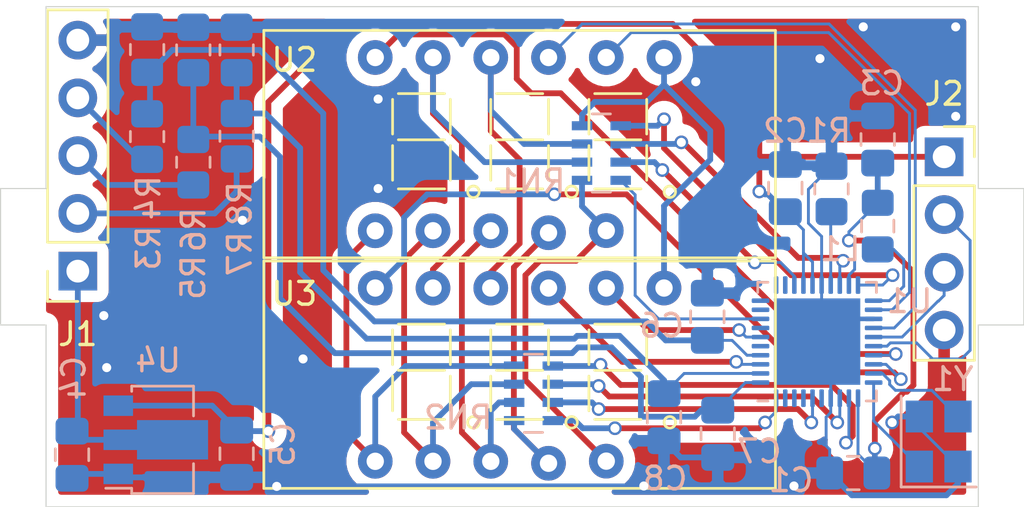
<source format=kicad_pcb>
(kicad_pcb (version 20171130) (host pcbnew "(5.1.10)-1")

  (general
    (thickness 1.6)
    (drawings 12)
    (tracks 374)
    (zones 0)
    (modules 25)
    (nets 49)
  )

  (page A4)
  (layers
    (0 F.Cu signal)
    (31 B.Cu signal)
    (32 B.Adhes user)
    (33 F.Adhes user)
    (34 B.Paste user)
    (35 F.Paste user)
    (36 B.SilkS user)
    (37 F.SilkS user)
    (38 B.Mask user)
    (39 F.Mask user hide)
    (40 Dwgs.User user)
    (41 Cmts.User user)
    (42 Eco1.User user)
    (43 Eco2.User user)
    (44 Edge.Cuts user)
    (45 Margin user)
    (46 B.CrtYd user)
    (47 F.CrtYd user)
    (48 B.Fab user hide)
    (49 F.Fab user hide)
  )

  (setup
    (last_trace_width 0.127)
    (user_trace_width 0.127)
    (user_trace_width 0.254)
    (user_trace_width 0.381)
    (user_trace_width 0.508)
    (trace_clearance 0.127)
    (zone_clearance 0.508)
    (zone_45_only no)
    (trace_min 0.127)
    (via_size 0.4)
    (via_drill 0.3)
    (via_min_size 0.4)
    (via_min_drill 0.2)
    (user_via 0.6 0.4)
    (uvia_size 0.3)
    (uvia_drill 0.1)
    (uvias_allowed no)
    (uvia_min_size 0.2)
    (uvia_min_drill 0.1)
    (edge_width 0.05)
    (segment_width 0.2)
    (pcb_text_width 0.3)
    (pcb_text_size 1.5 1.5)
    (mod_edge_width 0.12)
    (mod_text_size 1 1)
    (mod_text_width 0.15)
    (pad_size 1.7 1.7)
    (pad_drill 0.4)
    (pad_to_mask_clearance 0)
    (aux_axis_origin 52.705 76.524)
    (grid_origin 52.705 76.524)
    (visible_elements 7FFFFFFF)
    (pcbplotparams
      (layerselection 0x010fc_ffffffff)
      (usegerberextensions false)
      (usegerberattributes true)
      (usegerberadvancedattributes true)
      (creategerberjobfile true)
      (excludeedgelayer true)
      (linewidth 0.100000)
      (plotframeref false)
      (viasonmask false)
      (mode 1)
      (useauxorigin false)
      (hpglpennumber 1)
      (hpglpenspeed 20)
      (hpglpendiameter 15.000000)
      (psnegative false)
      (psa4output false)
      (plotreference true)
      (plotvalue true)
      (plotinvisibletext false)
      (padsonsilk false)
      (subtractmaskfromsilk false)
      (outputformat 1)
      (mirror false)
      (drillshape 1)
      (scaleselection 1)
      (outputdirectory ""))
  )

  (net 0 "")
  (net 1 "Net-(U1-Pad39)")
  (net 2 "Net-(U1-Pad38)")
  (net 3 "Net-(U1-Pad37)")
  (net 4 "Net-(U1-Pad35)")
  (net 5 "Net-(U1-Pad30)")
  (net 6 "Net-(U1-Pad29)")
  (net 7 "Net-(U1-Pad12)")
  (net 8 "Net-(U1-Pad11)")
  (net 9 "Net-(U1-Pad10)")
  (net 10 "Net-(U1-Pad9)")
  (net 11 "Net-(U1-Pad7)")
  (net 12 GND)
  (net 13 /RESET)
  (net 14 "Net-(L1-Pad1)")
  (net 15 /VBAT3V)
  (net 16 /g)
  (net 17 /c)
  (net 18 /dp)
  (net 19 /d)
  (net 20 /e)
  (net 21 /b)
  (net 22 /dig3)
  (net 23 /dig2)
  (net 24 /dig1)
  (net 25 /a)
  (net 26 /f)
  (net 27 /dig6)
  (net 28 /dig5)
  (net 29 /dig4)
  (net 30 /seg_d)
  (net 31 /seg_c)
  (net 32 /seg_b)
  (net 33 /seg_a)
  (net 34 /seg_dp)
  (net 35 /seg_g)
  (net 36 /seg_f)
  (net 37 /seg_e)
  (net 38 /adc_voltage)
  (net 39 "Net-(J1-Pad3)")
  (net 40 /adc_current)
  (net 41 "Net-(J1-Pad2)")
  (net 42 /adc_current_set)
  (net 43 /VDCDC)
  (net 44 /SWCLK)
  (net 45 /SWDIO)
  (net 46 /P3_0)
  (net 47 "Net-(J1-Pad4)")
  (net 48 +15V)

  (net_class Default "This is the default net class."
    (clearance 0.127)
    (trace_width 0.127)
    (via_dia 0.4)
    (via_drill 0.3)
    (uvia_dia 0.3)
    (uvia_drill 0.1)
    (add_net +15V)
    (add_net /P3_0)
    (add_net /RESET)
    (add_net /SWCLK)
    (add_net /SWDIO)
    (add_net /VBAT3V)
    (add_net /VDCDC)
    (add_net /a)
    (add_net /adc_current)
    (add_net /adc_current_set)
    (add_net /adc_voltage)
    (add_net /b)
    (add_net /c)
    (add_net /d)
    (add_net /dig1)
    (add_net /dig2)
    (add_net /dig3)
    (add_net /dig4)
    (add_net /dig5)
    (add_net /dig6)
    (add_net /dp)
    (add_net /e)
    (add_net /f)
    (add_net /g)
    (add_net /seg_a)
    (add_net /seg_b)
    (add_net /seg_c)
    (add_net /seg_d)
    (add_net /seg_dp)
    (add_net /seg_e)
    (add_net /seg_f)
    (add_net /seg_g)
    (add_net GND)
    (add_net "Net-(J1-Pad2)")
    (add_net "Net-(J1-Pad3)")
    (add_net "Net-(J1-Pad4)")
    (add_net "Net-(L1-Pad1)")
    (add_net "Net-(U1-Pad10)")
    (add_net "Net-(U1-Pad11)")
    (add_net "Net-(U1-Pad12)")
    (add_net "Net-(U1-Pad29)")
    (add_net "Net-(U1-Pad30)")
    (add_net "Net-(U1-Pad35)")
    (add_net "Net-(U1-Pad37)")
    (add_net "Net-(U1-Pad38)")
    (add_net "Net-(U1-Pad39)")
    (add_net "Net-(U1-Pad7)")
    (add_net "Net-(U1-Pad9)")
  )

  (module Connector_PinSocket_2.54mm:PinSocket_1x04_P2.54mm_Vertical (layer F.Cu) (tedit 5A19A429) (tstamp 63D2056D)
    (at 92.075 84.652)
    (descr "Through hole straight socket strip, 1x04, 2.54mm pitch, single row (from Kicad 4.0.7), script generated")
    (tags "Through hole socket strip THT 1x04 2.54mm single row")
    (path /63D62EE2)
    (fp_text reference J2 (at 0 -2.77) (layer F.SilkS)
      (effects (font (size 1 1) (thickness 0.15)))
    )
    (fp_text value Conn (at 0 10.39) (layer F.Fab)
      (effects (font (size 1 1) (thickness 0.15)))
    )
    (fp_line (start -1.8 9.4) (end -1.8 -1.8) (layer F.CrtYd) (width 0.05))
    (fp_line (start 1.75 9.4) (end -1.8 9.4) (layer F.CrtYd) (width 0.05))
    (fp_line (start 1.75 -1.8) (end 1.75 9.4) (layer F.CrtYd) (width 0.05))
    (fp_line (start -1.8 -1.8) (end 1.75 -1.8) (layer F.CrtYd) (width 0.05))
    (fp_line (start 0 -1.33) (end 1.33 -1.33) (layer F.SilkS) (width 0.12))
    (fp_line (start 1.33 -1.33) (end 1.33 0) (layer F.SilkS) (width 0.12))
    (fp_line (start 1.33 1.27) (end 1.33 8.95) (layer F.SilkS) (width 0.12))
    (fp_line (start -1.33 8.95) (end 1.33 8.95) (layer F.SilkS) (width 0.12))
    (fp_line (start -1.33 1.27) (end -1.33 8.95) (layer F.SilkS) (width 0.12))
    (fp_line (start -1.33 1.27) (end 1.33 1.27) (layer F.SilkS) (width 0.12))
    (fp_line (start -1.27 8.89) (end -1.27 -1.27) (layer F.Fab) (width 0.1))
    (fp_line (start 1.27 8.89) (end -1.27 8.89) (layer F.Fab) (width 0.1))
    (fp_line (start 1.27 -0.635) (end 1.27 8.89) (layer F.Fab) (width 0.1))
    (fp_line (start 0.635 -1.27) (end 1.27 -0.635) (layer F.Fab) (width 0.1))
    (fp_line (start -1.27 -1.27) (end 0.635 -1.27) (layer F.Fab) (width 0.1))
    (fp_text user %R (at 0 3.81 90) (layer F.Fab)
      (effects (font (size 1 1) (thickness 0.15)))
    )
    (pad 4 thru_hole oval (at 0 7.62) (size 1.7 1.7) (drill 1) (layers *.Cu *.Mask)
      (net 12 GND))
    (pad 3 thru_hole oval (at 0 5.08) (size 1.7 1.7) (drill 1) (layers *.Cu *.Mask)
      (net 45 /SWDIO))
    (pad 2 thru_hole oval (at 0 2.54) (size 1.7 1.7) (drill 1) (layers *.Cu *.Mask)
      (net 44 /SWCLK))
    (pad 1 thru_hole rect (at 0 0) (size 1.7 1.7) (drill 1) (layers *.Cu *.Mask)
      (net 15 /VBAT3V))
    (model " "
      (at (xyz 0 0 0))
      (scale (xyz 1 1 1))
      (rotate (xyz 0 0 0))
    )
  )

  (module Connector_PinSocket_2.54mm:PinSocket_1x05_P2.54mm_Vertical (layer F.Cu) (tedit 5A19A420) (tstamp 63A1FD9D)
    (at 53.975 89.6812 180)
    (descr "Through hole straight socket strip, 1x05, 2.54mm pitch, single row (from Kicad 4.0.7), script generated")
    (tags "Through hole socket strip THT 1x05 2.54mm single row")
    (path /63C90F48)
    (fp_text reference J1 (at 0 -2.77) (layer F.SilkS)
      (effects (font (size 1 1) (thickness 0.15)))
    )
    (fp_text value Conn (at 0 12.93) (layer F.Fab)
      (effects (font (size 1 1) (thickness 0.15)))
    )
    (fp_line (start -1.8 11.9) (end -1.8 -1.8) (layer F.CrtYd) (width 0.05))
    (fp_line (start 1.75 11.9) (end -1.8 11.9) (layer F.CrtYd) (width 0.05))
    (fp_line (start 1.75 -1.8) (end 1.75 11.9) (layer F.CrtYd) (width 0.05))
    (fp_line (start -1.8 -1.8) (end 1.75 -1.8) (layer F.CrtYd) (width 0.05))
    (fp_line (start 0 -1.33) (end 1.33 -1.33) (layer F.SilkS) (width 0.12))
    (fp_line (start 1.33 -1.33) (end 1.33 0) (layer F.SilkS) (width 0.12))
    (fp_line (start 1.33 1.27) (end 1.33 11.49) (layer F.SilkS) (width 0.12))
    (fp_line (start -1.33 11.49) (end 1.33 11.49) (layer F.SilkS) (width 0.12))
    (fp_line (start -1.33 1.27) (end -1.33 11.49) (layer F.SilkS) (width 0.12))
    (fp_line (start -1.33 1.27) (end 1.33 1.27) (layer F.SilkS) (width 0.12))
    (fp_line (start -1.27 11.43) (end -1.27 -1.27) (layer F.Fab) (width 0.1))
    (fp_line (start 1.27 11.43) (end -1.27 11.43) (layer F.Fab) (width 0.1))
    (fp_line (start 1.27 -0.635) (end 1.27 11.43) (layer F.Fab) (width 0.1))
    (fp_line (start 0.635 -1.27) (end 1.27 -0.635) (layer F.Fab) (width 0.1))
    (fp_line (start -1.27 -1.27) (end 0.635 -1.27) (layer F.Fab) (width 0.1))
    (fp_text user %R (at 0 5.08 90) (layer F.Fab)
      (effects (font (size 1 1) (thickness 0.15)))
    )
    (pad 5 thru_hole oval (at 0 10.16 180) (size 1.7 1.7) (drill 1) (layers *.Cu *.Mask)
      (net 12 GND))
    (pad 4 thru_hole oval (at 0 7.62 180) (size 1.7 1.7) (drill 1) (layers *.Cu *.Mask)
      (net 47 "Net-(J1-Pad4)"))
    (pad 3 thru_hole oval (at 0 5.08 180) (size 1.7 1.7) (drill 1) (layers *.Cu *.Mask)
      (net 39 "Net-(J1-Pad3)"))
    (pad 2 thru_hole oval (at 0 2.54 180) (size 1.7 1.7) (drill 1) (layers *.Cu *.Mask)
      (net 41 "Net-(J1-Pad2)"))
    (pad 1 thru_hole rect (at 0 0 180) (size 1.7 1.7) (drill 1) (layers *.Cu *.Mask)
      (net 48 +15V))
    (model " "
      (at (xyz 0 0 0))
      (scale (xyz 1 1 1))
      (rotate (xyz 0 0 0))
    )
  )

  (module MyComponents:7_seg_0.28in_display locked (layer F.Cu) (tedit 63A07304) (tstamp 63A0C53E)
    (at 73.406 94.234)
    (path /63A32AE3)
    (fp_text reference U3 (at -9.906 -3.556) (layer F.SilkS)
      (effects (font (size 1 1) (thickness 0.15)))
    )
    (fp_text value SP410281N (at -6.858 5.969) (layer F.Fab)
      (effects (font (size 1 1) (thickness 0.15)))
    )
    (fp_circle (center -2.032 2.0955) (end -2.032 1.8415) (layer F.SilkS) (width 0.12))
    (fp_line (start -5.588 1.5875) (end -5.588 0.0635) (layer F.SilkS) (width 0.12))
    (fp_line (start -5.334 1.9685) (end -3.302 1.9685) (layer F.SilkS) (width 0.12))
    (fp_line (start -5.334 -2.2225) (end -3.302 -2.2225) (layer F.SilkS) (width 0.12))
    (fp_line (start -3.048 0.0635) (end -3.048 1.5875) (layer F.SilkS) (width 0.12))
    (fp_line (start -5.334 -0.1905) (end -3.302 -0.1905) (layer F.SilkS) (width 0.12))
    (fp_line (start -5.588 -0.4445) (end -5.588 -1.9685) (layer F.SilkS) (width 0.12))
    (fp_line (start -3.048 -1.9685) (end -3.048 -0.4445) (layer F.SilkS) (width 0.12))
    (fp_circle (center 6.604 2.0955) (end 6.604 1.8415) (layer F.SilkS) (width 0.12))
    (fp_line (start 3.048 1.5875) (end 3.048 0.0635) (layer F.SilkS) (width 0.12))
    (fp_line (start 3.302 1.9685) (end 5.334 1.9685) (layer F.SilkS) (width 0.12))
    (fp_line (start 3.302 -2.2225) (end 5.334 -2.2225) (layer F.SilkS) (width 0.12))
    (fp_line (start 5.588 0.0635) (end 5.588 1.5875) (layer F.SilkS) (width 0.12))
    (fp_line (start 3.302 -0.1905) (end 5.334 -0.1905) (layer F.SilkS) (width 0.12))
    (fp_line (start 3.048 -0.4445) (end 3.048 -1.9685) (layer F.SilkS) (width 0.12))
    (fp_line (start 5.588 -1.9685) (end 5.588 -0.4445) (layer F.SilkS) (width 0.12))
    (fp_circle (center 2.286 2.0955) (end 2.286 1.8415) (layer F.SilkS) (width 0.12))
    (fp_line (start -1.016 -0.1905) (end 1.016 -0.1905) (layer F.SilkS) (width 0.12))
    (fp_line (start 1.27 0.0635) (end 1.27 1.5875) (layer F.SilkS) (width 0.12))
    (fp_line (start 1.27 -1.9685) (end 1.27 -0.4445) (layer F.SilkS) (width 0.12))
    (fp_line (start -1.27 1.5875) (end -1.27 0.0635) (layer F.SilkS) (width 0.12))
    (fp_line (start -1.27 -0.4445) (end -1.27 -1.9685) (layer F.SilkS) (width 0.12))
    (fp_line (start -1.016 1.9685) (end 1.016 1.9685) (layer F.SilkS) (width 0.12))
    (fp_line (start -1.016 -2.2225) (end 1.016 -2.2225) (layer F.SilkS) (width 0.12))
    (fp_line (start -11.25 5) (end -11.25 -5) (layer F.SilkS) (width 0.12))
    (fp_line (start 11.25 5) (end -11.25 5) (layer F.SilkS) (width 0.12))
    (fp_line (start 11.25 -5) (end 11.25 5) (layer F.SilkS) (width 0.12))
    (fp_line (start -11.25 -5) (end 11.25 -5) (layer F.SilkS) (width 0.12))
    (pad 11 thru_hole circle (at 3.81 3.80238) (size 1.524 1.524) (drill 0.762) (layers *.Cu *.Mask)
      (net 16 /g))
    (pad 10 thru_hole circle (at 1.27 3.89636) (size 1.524 1.524) (drill 0.762) (layers *.Cu *.Mask)
      (net 17 /c))
    (pad 9 thru_hole circle (at -1.27 3.81) (size 1.524 1.524) (drill 0.762) (layers *.Cu *.Mask)
      (net 18 /dp))
    (pad 8 thru_hole circle (at -3.81 3.81) (size 1.524 1.524) (drill 0.762) (layers *.Cu *.Mask)
      (net 19 /d))
    (pad 7 thru_hole circle (at -6.35 3.81) (size 1.524 1.524) (drill 0.762) (layers *.Cu *.Mask)
      (net 20 /e))
    (pad 6 thru_hole circle (at 6.35 -3.81) (size 1.524 1.524) (drill 0.762) (layers *.Cu *.Mask)
      (net 21 /b))
    (pad 5 thru_hole circle (at 3.81 -3.81) (size 1.524 1.524) (drill 0.762) (layers *.Cu *.Mask)
      (net 27 /dig6))
    (pad 4 thru_hole circle (at 1.27 -3.81) (size 1.524 1.524) (drill 0.762) (layers *.Cu *.Mask)
      (net 28 /dig5))
    (pad 1 thru_hole circle (at -6.35 -3.81) (size 1.524 1.524) (drill 0.762) (layers *.Cu *.Mask)
      (net 29 /dig4))
    (pad 2 thru_hole circle (at -3.81 -3.81) (size 1.524 1.524) (drill 0.762) (layers *.Cu *.Mask)
      (net 25 /a))
    (pad 3 thru_hole circle (at -1.27 -3.81) (size 1.524 1.524) (drill 0.762) (layers *.Cu *.Mask)
      (net 26 /f))
  )

  (module MyComponents:7_seg_0.28in_display locked (layer F.Cu) (tedit 63A07304) (tstamp 63A0C513)
    (at 73.406 84.095)
    (path /63A2E38F)
    (fp_text reference U2 (at -9.906 -3.704) (layer F.SilkS)
      (effects (font (size 1 1) (thickness 0.15)))
    )
    (fp_text value SP410281N (at -6.985 -5.863) (layer F.Fab)
      (effects (font (size 1 1) (thickness 0.15)))
    )
    (fp_circle (center -2.032 2.0955) (end -2.032 1.8415) (layer F.SilkS) (width 0.12))
    (fp_line (start -5.588 1.5875) (end -5.588 0.0635) (layer F.SilkS) (width 0.12))
    (fp_line (start -5.334 1.9685) (end -3.302 1.9685) (layer F.SilkS) (width 0.12))
    (fp_line (start -5.334 -2.2225) (end -3.302 -2.2225) (layer F.SilkS) (width 0.12))
    (fp_line (start -3.048 0.0635) (end -3.048 1.5875) (layer F.SilkS) (width 0.12))
    (fp_line (start -5.334 -0.1905) (end -3.302 -0.1905) (layer F.SilkS) (width 0.12))
    (fp_line (start -5.588 -0.4445) (end -5.588 -1.9685) (layer F.SilkS) (width 0.12))
    (fp_line (start -3.048 -1.9685) (end -3.048 -0.4445) (layer F.SilkS) (width 0.12))
    (fp_circle (center 6.604 2.0955) (end 6.604 1.8415) (layer F.SilkS) (width 0.12))
    (fp_line (start 3.048 1.5875) (end 3.048 0.0635) (layer F.SilkS) (width 0.12))
    (fp_line (start 3.302 1.9685) (end 5.334 1.9685) (layer F.SilkS) (width 0.12))
    (fp_line (start 3.302 -2.2225) (end 5.334 -2.2225) (layer F.SilkS) (width 0.12))
    (fp_line (start 5.588 0.0635) (end 5.588 1.5875) (layer F.SilkS) (width 0.12))
    (fp_line (start 3.302 -0.1905) (end 5.334 -0.1905) (layer F.SilkS) (width 0.12))
    (fp_line (start 3.048 -0.4445) (end 3.048 -1.9685) (layer F.SilkS) (width 0.12))
    (fp_line (start 5.588 -1.9685) (end 5.588 -0.4445) (layer F.SilkS) (width 0.12))
    (fp_circle (center 2.286 2.0955) (end 2.286 1.8415) (layer F.SilkS) (width 0.12))
    (fp_line (start -1.016 -0.1905) (end 1.016 -0.1905) (layer F.SilkS) (width 0.12))
    (fp_line (start 1.27 0.0635) (end 1.27 1.5875) (layer F.SilkS) (width 0.12))
    (fp_line (start 1.27 -1.9685) (end 1.27 -0.4445) (layer F.SilkS) (width 0.12))
    (fp_line (start -1.27 1.5875) (end -1.27 0.0635) (layer F.SilkS) (width 0.12))
    (fp_line (start -1.27 -0.4445) (end -1.27 -1.9685) (layer F.SilkS) (width 0.12))
    (fp_line (start -1.016 1.9685) (end 1.016 1.9685) (layer F.SilkS) (width 0.12))
    (fp_line (start -1.016 -2.2225) (end 1.016 -2.2225) (layer F.SilkS) (width 0.12))
    (fp_line (start -11.25 5) (end -11.25 -5) (layer F.SilkS) (width 0.12))
    (fp_line (start 11.25 5) (end -11.25 5) (layer F.SilkS) (width 0.12))
    (fp_line (start 11.25 -5) (end 11.25 5) (layer F.SilkS) (width 0.12))
    (fp_line (start -11.25 -5) (end 11.25 -5) (layer F.SilkS) (width 0.12))
    (pad 11 thru_hole circle (at 3.81 3.80238) (size 1.524 1.524) (drill 0.762) (layers *.Cu *.Mask)
      (net 16 /g))
    (pad 10 thru_hole circle (at 1.27 3.89636) (size 1.524 1.524) (drill 0.762) (layers *.Cu *.Mask)
      (net 17 /c))
    (pad 9 thru_hole circle (at -1.27 3.81) (size 1.524 1.524) (drill 0.762) (layers *.Cu *.Mask)
      (net 18 /dp))
    (pad 8 thru_hole circle (at -3.81 3.81) (size 1.524 1.524) (drill 0.762) (layers *.Cu *.Mask)
      (net 19 /d))
    (pad 7 thru_hole circle (at -6.35 3.81) (size 1.524 1.524) (drill 0.762) (layers *.Cu *.Mask)
      (net 20 /e))
    (pad 6 thru_hole circle (at 6.35 -3.81) (size 1.524 1.524) (drill 0.762) (layers *.Cu *.Mask)
      (net 21 /b))
    (pad 5 thru_hole circle (at 3.81 -3.81) (size 1.524 1.524) (drill 0.762) (layers *.Cu *.Mask)
      (net 22 /dig3))
    (pad 4 thru_hole circle (at 1.27 -3.81) (size 1.524 1.524) (drill 0.762) (layers *.Cu *.Mask)
      (net 23 /dig2))
    (pad 1 thru_hole circle (at -6.35 -3.81) (size 1.524 1.524) (drill 0.762) (layers *.Cu *.Mask)
      (net 24 /dig1))
    (pad 2 thru_hole circle (at -3.81 -3.81) (size 1.524 1.524) (drill 0.762) (layers *.Cu *.Mask)
      (net 25 /a))
    (pad 3 thru_hole circle (at -1.27 -3.81) (size 1.524 1.524) (drill 0.762) (layers *.Cu *.Mask)
      (net 26 /f))
  )

  (module Crystal:Crystal_SMD_3225-4Pin_3.2x2.5mm (layer B.Cu) (tedit 5A0FD1B2) (tstamp 63B71CEA)
    (at 91.8337 97.1742 90)
    (descr "SMD Crystal SERIES SMD3225/4 http://www.txccrystal.com/images/pdf/7m-accuracy.pdf, 3.2x2.5mm^2 package")
    (tags "SMD SMT crystal")
    (path /63B75922)
    (attr smd)
    (fp_text reference Y1 (at 2.7432 0.6223 180) (layer B.SilkS)
      (effects (font (size 1 1) (thickness 0.15)) (justify mirror))
    )
    (fp_text value Crystal_GND24 (at 0 -2.45 90) (layer B.Fab)
      (effects (font (size 1 1) (thickness 0.15)) (justify mirror))
    )
    (fp_line (start -1.6 1.25) (end -1.6 -1.25) (layer B.Fab) (width 0.1))
    (fp_line (start -1.6 -1.25) (end 1.6 -1.25) (layer B.Fab) (width 0.1))
    (fp_line (start 1.6 -1.25) (end 1.6 1.25) (layer B.Fab) (width 0.1))
    (fp_line (start 1.6 1.25) (end -1.6 1.25) (layer B.Fab) (width 0.1))
    (fp_line (start -1.6 -0.25) (end -0.6 -1.25) (layer B.Fab) (width 0.1))
    (fp_line (start -2 1.65) (end -2 -1.65) (layer B.SilkS) (width 0.12))
    (fp_line (start -2 -1.65) (end 2 -1.65) (layer B.SilkS) (width 0.12))
    (fp_line (start -2.1 1.7) (end -2.1 -1.7) (layer B.CrtYd) (width 0.05))
    (fp_line (start -2.1 -1.7) (end 2.1 -1.7) (layer B.CrtYd) (width 0.05))
    (fp_line (start 2.1 -1.7) (end 2.1 1.7) (layer B.CrtYd) (width 0.05))
    (fp_line (start 2.1 1.7) (end -2.1 1.7) (layer B.CrtYd) (width 0.05))
    (fp_text user %R (at 0 0 90) (layer B.Fab)
      (effects (font (size 0.7 0.7) (thickness 0.105)) (justify mirror))
    )
    (pad 4 smd rect (at -1.1 0.85 90) (size 1.4 1.2) (layers B.Cu B.Paste B.Mask)
      (net 12 GND))
    (pad 3 smd rect (at 1.1 0.85 90) (size 1.4 1.2) (layers B.Cu B.Paste B.Mask)
      (net 6 "Net-(U1-Pad29)"))
    (pad 2 smd rect (at 1.1 -0.85 90) (size 1.4 1.2) (layers B.Cu B.Paste B.Mask)
      (net 12 GND))
    (pad 1 smd rect (at -1.1 -0.85 90) (size 1.4 1.2) (layers B.Cu B.Paste B.Mask)
      (net 5 "Net-(U1-Pad30)"))
    (model ${KISYS3DMOD}/Crystal.3dshapes/Crystal_SMD_3225-4Pin_3.2x2.5mm.wrl
      (at (xyz 0 0 0))
      (scale (xyz 1 1 1))
      (rotate (xyz 0 0 0))
    )
  )

  (module Resistor_SMD:R_Array_Concave_4x0603 (layer B.Cu) (tedit 58E0A85E) (tstamp 63A0D4C5)
    (at 74.0147 95.0533)
    (descr "Thick Film Chip Resistor Array, Wave soldering, Vishay CRA06P (see cra06p.pdf)")
    (tags "resistor array")
    (path /63A6FFD5)
    (attr smd)
    (fp_text reference RN2 (at -3.3138 1.0668) (layer B.SilkS)
      (effects (font (size 1 1) (thickness 0.15)) (justify mirror))
    )
    (fp_text value R_Pack04 (at 0 -2.6) (layer B.Fab)
      (effects (font (size 1 1) (thickness 0.15)) (justify mirror))
    )
    (fp_line (start 1.55 -1.87) (end -1.55 -1.87) (layer B.CrtYd) (width 0.05))
    (fp_line (start 1.55 -1.87) (end 1.55 1.88) (layer B.CrtYd) (width 0.05))
    (fp_line (start -1.55 1.88) (end -1.55 -1.87) (layer B.CrtYd) (width 0.05))
    (fp_line (start -1.55 1.88) (end 1.55 1.88) (layer B.CrtYd) (width 0.05))
    (fp_line (start 0.4 1.72) (end -0.4 1.72) (layer B.SilkS) (width 0.12))
    (fp_line (start 0.4 -1.72) (end -0.4 -1.72) (layer B.SilkS) (width 0.12))
    (fp_line (start -0.8 -1.6) (end -0.8 1.6) (layer B.Fab) (width 0.1))
    (fp_line (start 0.8 -1.6) (end -0.8 -1.6) (layer B.Fab) (width 0.1))
    (fp_line (start 0.8 1.6) (end 0.8 -1.6) (layer B.Fab) (width 0.1))
    (fp_line (start -0.8 1.6) (end 0.8 1.6) (layer B.Fab) (width 0.1))
    (fp_text user %R (at 0 0 -90) (layer B.Fab)
      (effects (font (size 0.5 0.5) (thickness 0.075)) (justify mirror))
    )
    (pad 5 smd rect (at 0.85 -1.2) (size 0.9 0.4) (layers B.Cu B.Paste B.Mask)
      (net 37 /seg_e))
    (pad 6 smd rect (at 0.85 -0.4) (size 0.9 0.4) (layers B.Cu B.Paste B.Mask)
      (net 30 /seg_d))
    (pad 7 smd rect (at 0.85 0.4) (size 0.9 0.4) (layers B.Cu B.Paste B.Mask)
      (net 34 /seg_dp))
    (pad 8 smd rect (at 0.85 1.2) (size 0.9 0.4) (layers B.Cu B.Paste B.Mask)
      (net 31 /seg_c))
    (pad 4 smd rect (at -0.85 -1.2) (size 0.9 0.4) (layers B.Cu B.Paste B.Mask)
      (net 20 /e))
    (pad 1 smd rect (at -0.85 1.2) (size 0.9 0.4) (layers B.Cu B.Paste B.Mask)
      (net 17 /c))
    (pad 3 smd rect (at -0.85 -0.4) (size 0.9 0.4) (layers B.Cu B.Paste B.Mask)
      (net 19 /d))
    (pad 2 smd rect (at -0.85 0.4) (size 0.9 0.4) (layers B.Cu B.Paste B.Mask)
      (net 18 /dp))
    (model ${KISYS3DMOD}/Resistor_SMD.3dshapes/R_Array_Concave_4x0603.wrl
      (at (xyz 0 0 0))
      (scale (xyz 1 1 1))
      (rotate (xyz 0 0 0))
    )
  )

  (module Capacitor_SMD:C_0805_2012Metric_Pad1.18x1.45mm_HandSolder (layer B.Cu) (tedit 5F68FEEF) (tstamp 63A16B77)
    (at 79.756 96.1035 270)
    (descr "Capacitor SMD 0805 (2012 Metric), square (rectangular) end terminal, IPC_7351 nominal with elongated pad for handsoldering. (Body size source: IPC-SM-782 page 76, https://www.pcb-3d.com/wordpress/wp-content/uploads/ipc-sm-782a_amendment_1_and_2.pdf, https://docs.google.com/spreadsheets/d/1BsfQQcO9C6DZCsRaXUlFlo91Tg2WpOkGARC1WS5S8t0/edit?usp=sharing), generated with kicad-footprint-generator")
    (tags "capacitor handsolder")
    (path /63C33AC4)
    (attr smd)
    (fp_text reference C8 (at 2.6963 -0.0508 180) (layer B.SilkS)
      (effects (font (size 1 1) (thickness 0.15)) (justify mirror))
    )
    (fp_text value 0.1uF (at 0 -1.68 90) (layer B.Fab)
      (effects (font (size 1 1) (thickness 0.15)) (justify mirror))
    )
    (fp_line (start 1.88 -0.98) (end -1.88 -0.98) (layer B.CrtYd) (width 0.05))
    (fp_line (start 1.88 0.98) (end 1.88 -0.98) (layer B.CrtYd) (width 0.05))
    (fp_line (start -1.88 0.98) (end 1.88 0.98) (layer B.CrtYd) (width 0.05))
    (fp_line (start -1.88 -0.98) (end -1.88 0.98) (layer B.CrtYd) (width 0.05))
    (fp_line (start -0.261252 -0.735) (end 0.261252 -0.735) (layer B.SilkS) (width 0.12))
    (fp_line (start -0.261252 0.735) (end 0.261252 0.735) (layer B.SilkS) (width 0.12))
    (fp_line (start 1 -0.625) (end -1 -0.625) (layer B.Fab) (width 0.1))
    (fp_line (start 1 0.625) (end 1 -0.625) (layer B.Fab) (width 0.1))
    (fp_line (start -1 0.625) (end 1 0.625) (layer B.Fab) (width 0.1))
    (fp_line (start -1 -0.625) (end -1 0.625) (layer B.Fab) (width 0.1))
    (fp_text user %R (at 0 0 90) (layer B.Fab)
      (effects (font (size 0.5 0.5) (thickness 0.08)) (justify mirror))
    )
    (pad 2 smd roundrect (at 1.0375 0 270) (size 1.175 1.45) (layers B.Cu B.Paste B.Mask) (roundrect_rratio 0.212766)
      (net 12 GND))
    (pad 1 smd roundrect (at -1.0375 0 270) (size 1.175 1.45) (layers B.Cu B.Paste B.Mask) (roundrect_rratio 0.212766)
      (net 42 /adc_current_set))
    (model ${KISYS3DMOD}/Capacitor_SMD.3dshapes/C_0805_2012Metric.wrl
      (at (xyz 0 0 0))
      (scale (xyz 1 1 1))
      (rotate (xyz 0 0 0))
    )
  )

  (module Capacitor_SMD:C_0805_2012Metric_Pad1.18x1.45mm_HandSolder (layer B.Cu) (tedit 5F68FEEF) (tstamp 63A16B66)
    (at 82.1182 96.8352 270)
    (descr "Capacitor SMD 0805 (2012 Metric), square (rectangular) end terminal, IPC_7351 nominal with elongated pad for handsoldering. (Body size source: IPC-SM-782 page 76, https://www.pcb-3d.com/wordpress/wp-content/uploads/ipc-sm-782a_amendment_1_and_2.pdf, https://docs.google.com/spreadsheets/d/1BsfQQcO9C6DZCsRaXUlFlo91Tg2WpOkGARC1WS5S8t0/edit?usp=sharing), generated with kicad-footprint-generator")
    (tags "capacitor handsolder")
    (path /63C33587)
    (attr smd)
    (fp_text reference C7 (at 0.7708 -1.8288 180) (layer B.SilkS)
      (effects (font (size 1 1) (thickness 0.15)) (justify mirror))
    )
    (fp_text value 0.1uF (at 0 -1.68 90) (layer B.Fab)
      (effects (font (size 1 1) (thickness 0.15)) (justify mirror))
    )
    (fp_line (start 1.88 -0.98) (end -1.88 -0.98) (layer B.CrtYd) (width 0.05))
    (fp_line (start 1.88 0.98) (end 1.88 -0.98) (layer B.CrtYd) (width 0.05))
    (fp_line (start -1.88 0.98) (end 1.88 0.98) (layer B.CrtYd) (width 0.05))
    (fp_line (start -1.88 -0.98) (end -1.88 0.98) (layer B.CrtYd) (width 0.05))
    (fp_line (start -0.261252 -0.735) (end 0.261252 -0.735) (layer B.SilkS) (width 0.12))
    (fp_line (start -0.261252 0.735) (end 0.261252 0.735) (layer B.SilkS) (width 0.12))
    (fp_line (start 1 -0.625) (end -1 -0.625) (layer B.Fab) (width 0.1))
    (fp_line (start 1 0.625) (end 1 -0.625) (layer B.Fab) (width 0.1))
    (fp_line (start -1 0.625) (end 1 0.625) (layer B.Fab) (width 0.1))
    (fp_line (start -1 -0.625) (end -1 0.625) (layer B.Fab) (width 0.1))
    (fp_text user %R (at 0 0 90) (layer B.Fab)
      (effects (font (size 0.5 0.5) (thickness 0.08)) (justify mirror))
    )
    (pad 2 smd roundrect (at 1.0375 0 270) (size 1.175 1.45) (layers B.Cu B.Paste B.Mask) (roundrect_rratio 0.212766)
      (net 12 GND))
    (pad 1 smd roundrect (at -1.0375 0 270) (size 1.175 1.45) (layers B.Cu B.Paste B.Mask) (roundrect_rratio 0.212766)
      (net 38 /adc_voltage))
    (model ${KISYS3DMOD}/Capacitor_SMD.3dshapes/C_0805_2012Metric.wrl
      (at (xyz 0 0 0))
      (scale (xyz 1 1 1))
      (rotate (xyz 0 0 0))
    )
  )

  (module Capacitor_SMD:C_0805_2012Metric_Pad1.18x1.45mm_HandSolder (layer B.Cu) (tedit 5F68FEEF) (tstamp 63A16B55)
    (at 81.661 91.6878 90)
    (descr "Capacitor SMD 0805 (2012 Metric), square (rectangular) end terminal, IPC_7351 nominal with elongated pad for handsoldering. (Body size source: IPC-SM-782 page 76, https://www.pcb-3d.com/wordpress/wp-content/uploads/ipc-sm-782a_amendment_1_and_2.pdf, https://docs.google.com/spreadsheets/d/1BsfQQcO9C6DZCsRaXUlFlo91Tg2WpOkGARC1WS5S8t0/edit?usp=sharing), generated with kicad-footprint-generator")
    (tags "capacitor handsolder")
    (path /63C31B5C)
    (attr smd)
    (fp_text reference C6 (at -0.3937 -2.0066 180) (layer B.SilkS)
      (effects (font (size 1 1) (thickness 0.15)) (justify mirror))
    )
    (fp_text value 0.1uF (at 0 -1.68 90) (layer B.Fab)
      (effects (font (size 1 1) (thickness 0.15)) (justify mirror))
    )
    (fp_line (start 1.88 -0.98) (end -1.88 -0.98) (layer B.CrtYd) (width 0.05))
    (fp_line (start 1.88 0.98) (end 1.88 -0.98) (layer B.CrtYd) (width 0.05))
    (fp_line (start -1.88 0.98) (end 1.88 0.98) (layer B.CrtYd) (width 0.05))
    (fp_line (start -1.88 -0.98) (end -1.88 0.98) (layer B.CrtYd) (width 0.05))
    (fp_line (start -0.261252 -0.735) (end 0.261252 -0.735) (layer B.SilkS) (width 0.12))
    (fp_line (start -0.261252 0.735) (end 0.261252 0.735) (layer B.SilkS) (width 0.12))
    (fp_line (start 1 -0.625) (end -1 -0.625) (layer B.Fab) (width 0.1))
    (fp_line (start 1 0.625) (end 1 -0.625) (layer B.Fab) (width 0.1))
    (fp_line (start -1 0.625) (end 1 0.625) (layer B.Fab) (width 0.1))
    (fp_line (start -1 -0.625) (end -1 0.625) (layer B.Fab) (width 0.1))
    (fp_text user %R (at 0 0 90) (layer B.Fab)
      (effects (font (size 0.5 0.5) (thickness 0.08)) (justify mirror))
    )
    (pad 2 smd roundrect (at 1.0375 0 90) (size 1.175 1.45) (layers B.Cu B.Paste B.Mask) (roundrect_rratio 0.212766)
      (net 12 GND))
    (pad 1 smd roundrect (at -1.0375 0 90) (size 1.175 1.45) (layers B.Cu B.Paste B.Mask) (roundrect_rratio 0.212766)
      (net 40 /adc_current))
    (model ${KISYS3DMOD}/Capacitor_SMD.3dshapes/C_0805_2012Metric.wrl
      (at (xyz 0 0 0))
      (scale (xyz 1 1 1))
      (rotate (xyz 0 0 0))
    )
  )

  (module Package_TO_SOT_SMD:SOT-89-3 (layer B.Cu) (tedit 5C33D6E8) (tstamp 63A15DE1)
    (at 57.404 97.098)
    (descr "SOT-89-3, http://ww1.microchip.com/downloads/en/DeviceDoc/3L_SOT-89_MB_C04-029C.pdf")
    (tags SOT-89-3)
    (path /63C034A2)
    (attr smd)
    (fp_text reference U4 (at 0.1016 -3.4925) (layer B.SilkS)
      (effects (font (size 1 1) (thickness 0.15)) (justify mirror))
    )
    (fp_text value MST53XXB-SOT89 (at 0.3 -3.5) (layer B.Fab)
      (effects (font (size 1 1) (thickness 0.15)) (justify mirror))
    )
    (fp_line (start -1.06 -2.36) (end -1.06 -2.13) (layer B.SilkS) (width 0.12))
    (fp_line (start -1.06 2.36) (end -1.06 2.13) (layer B.SilkS) (width 0.12))
    (fp_line (start -1.06 2.36) (end 1.66 2.36) (layer B.SilkS) (width 0.12))
    (fp_line (start -2.55 -2.5) (end -2.55 2.5) (layer B.CrtYd) (width 0.05))
    (fp_line (start -2.55 -2.5) (end 2.55 -2.5) (layer B.CrtYd) (width 0.05))
    (fp_line (start 2.55 2.5) (end -2.55 2.5) (layer B.CrtYd) (width 0.05))
    (fp_line (start 2.55 2.5) (end 2.55 -2.5) (layer B.CrtYd) (width 0.05))
    (fp_line (start 0.05 2.25) (end 1.55 2.25) (layer B.Fab) (width 0.1))
    (fp_line (start -0.95 -2.25) (end -0.95 1.25) (layer B.Fab) (width 0.1))
    (fp_line (start 1.55 -2.25) (end -0.95 -2.25) (layer B.Fab) (width 0.1))
    (fp_line (start 1.55 2.25) (end 1.55 -2.25) (layer B.Fab) (width 0.1))
    (fp_line (start -0.95 1.25) (end 0.05 2.25) (layer B.Fab) (width 0.1))
    (fp_line (start 1.66 2.36) (end 1.66 1.05) (layer B.SilkS) (width 0.12))
    (fp_line (start -2.2 2.13) (end -1.06 2.13) (layer B.SilkS) (width 0.12))
    (fp_line (start 1.66 -2.36) (end -1.06 -2.36) (layer B.SilkS) (width 0.12))
    (fp_line (start 1.66 -1.05) (end 1.66 -2.36) (layer B.SilkS) (width 0.12))
    (fp_text user %R (at 0.5 0 -90) (layer B.Fab)
      (effects (font (size 1 1) (thickness 0.15)) (justify mirror))
    )
    (pad 2 smd custom (at -1.5625 0) (size 1.475 0.9) (layers B.Cu B.Paste B.Mask)
      (net 48 +15V) (zone_connect 2)
      (options (clearance outline) (anchor rect))
      (primitives
        (gr_poly (pts
           (xy 0.7375 0.8665) (xy 3.8625 0.8665) (xy 3.8625 -0.8665) (xy 0.7375 -0.8665)) (width 0))
      ))
    (pad 3 smd rect (at -1.65 -1.5) (size 1.3 0.9) (layers B.Cu B.Paste B.Mask)
      (net 15 /VBAT3V))
    (pad 1 smd rect (at -1.65 1.5) (size 1.3 0.9) (layers B.Cu B.Paste B.Mask)
      (net 12 GND))
    (model ${KISYS3DMOD}/Package_TO_SOT_SMD.3dshapes/SOT-89-3.wrl
      (at (xyz 0 0 0))
      (scale (xyz 1 1 1))
      (rotate (xyz 0 0 0))
    )
  )

  (module Capacitor_SMD:C_0805_2012Metric_Pad1.18x1.45mm_HandSolder (layer B.Cu) (tedit 5F68FEEF) (tstamp 63A15ADF)
    (at 60.96 97.7115 270)
    (descr "Capacitor SMD 0805 (2012 Metric), square (rectangular) end terminal, IPC_7351 nominal with elongated pad for handsoldering. (Body size source: IPC-SM-782 page 76, https://www.pcb-3d.com/wordpress/wp-content/uploads/ipc-sm-782a_amendment_1_and_2.pdf, https://docs.google.com/spreadsheets/d/1BsfQQcO9C6DZCsRaXUlFlo91Tg2WpOkGARC1WS5S8t0/edit?usp=sharing), generated with kicad-footprint-generator")
    (tags "capacitor handsolder")
    (path /63C12D52)
    (attr smd)
    (fp_text reference C5 (at -0.4103 -2.032 90) (layer B.SilkS)
      (effects (font (size 1 1) (thickness 0.15)) (justify mirror))
    )
    (fp_text value 10uF (at 0 -1.68 90) (layer B.Fab)
      (effects (font (size 1 1) (thickness 0.15)) (justify mirror))
    )
    (fp_line (start 1.88 -0.98) (end -1.88 -0.98) (layer B.CrtYd) (width 0.05))
    (fp_line (start 1.88 0.98) (end 1.88 -0.98) (layer B.CrtYd) (width 0.05))
    (fp_line (start -1.88 0.98) (end 1.88 0.98) (layer B.CrtYd) (width 0.05))
    (fp_line (start -1.88 -0.98) (end -1.88 0.98) (layer B.CrtYd) (width 0.05))
    (fp_line (start -0.261252 -0.735) (end 0.261252 -0.735) (layer B.SilkS) (width 0.12))
    (fp_line (start -0.261252 0.735) (end 0.261252 0.735) (layer B.SilkS) (width 0.12))
    (fp_line (start 1 -0.625) (end -1 -0.625) (layer B.Fab) (width 0.1))
    (fp_line (start 1 0.625) (end 1 -0.625) (layer B.Fab) (width 0.1))
    (fp_line (start -1 0.625) (end 1 0.625) (layer B.Fab) (width 0.1))
    (fp_line (start -1 -0.625) (end -1 0.625) (layer B.Fab) (width 0.1))
    (fp_text user %R (at 0 0 90) (layer B.Fab)
      (effects (font (size 0.5 0.5) (thickness 0.08)) (justify mirror))
    )
    (pad 2 smd roundrect (at 1.0375 0 270) (size 1.175 1.45) (layers B.Cu B.Paste B.Mask) (roundrect_rratio 0.212766)
      (net 12 GND))
    (pad 1 smd roundrect (at -1.0375 0 270) (size 1.175 1.45) (layers B.Cu B.Paste B.Mask) (roundrect_rratio 0.212766)
      (net 15 /VBAT3V))
    (model ${KISYS3DMOD}/Capacitor_SMD.3dshapes/C_0805_2012Metric.wrl
      (at (xyz 0 0 0))
      (scale (xyz 1 1 1))
      (rotate (xyz 0 0 0))
    )
  )

  (module Capacitor_SMD:C_0805_2012Metric_Pad1.18x1.45mm_HandSolder (layer B.Cu) (tedit 5F68FEEF) (tstamp 63A15ACE)
    (at 53.721 97.7545 270)
    (descr "Capacitor SMD 0805 (2012 Metric), square (rectangular) end terminal, IPC_7351 nominal with elongated pad for handsoldering. (Body size source: IPC-SM-782 page 76, https://www.pcb-3d.com/wordpress/wp-content/uploads/ipc-sm-782a_amendment_1_and_2.pdf, https://docs.google.com/spreadsheets/d/1BsfQQcO9C6DZCsRaXUlFlo91Tg2WpOkGARC1WS5S8t0/edit?usp=sharing), generated with kicad-footprint-generator")
    (tags "capacitor handsolder")
    (path /63C1280E)
    (attr smd)
    (fp_text reference C4 (at -3.3616 -0.0762 90) (layer B.SilkS)
      (effects (font (size 1 1) (thickness 0.15)) (justify mirror))
    )
    (fp_text value 1uF (at 0 -1.68 90) (layer B.Fab)
      (effects (font (size 1 1) (thickness 0.15)) (justify mirror))
    )
    (fp_line (start 1.88 -0.98) (end -1.88 -0.98) (layer B.CrtYd) (width 0.05))
    (fp_line (start 1.88 0.98) (end 1.88 -0.98) (layer B.CrtYd) (width 0.05))
    (fp_line (start -1.88 0.98) (end 1.88 0.98) (layer B.CrtYd) (width 0.05))
    (fp_line (start -1.88 -0.98) (end -1.88 0.98) (layer B.CrtYd) (width 0.05))
    (fp_line (start -0.261252 -0.735) (end 0.261252 -0.735) (layer B.SilkS) (width 0.12))
    (fp_line (start -0.261252 0.735) (end 0.261252 0.735) (layer B.SilkS) (width 0.12))
    (fp_line (start 1 -0.625) (end -1 -0.625) (layer B.Fab) (width 0.1))
    (fp_line (start 1 0.625) (end 1 -0.625) (layer B.Fab) (width 0.1))
    (fp_line (start -1 0.625) (end 1 0.625) (layer B.Fab) (width 0.1))
    (fp_line (start -1 -0.625) (end -1 0.625) (layer B.Fab) (width 0.1))
    (fp_text user %R (at 0 0 90) (layer B.Fab)
      (effects (font (size 0.5 0.5) (thickness 0.08)) (justify mirror))
    )
    (pad 2 smd roundrect (at 1.0375 0 270) (size 1.175 1.45) (layers B.Cu B.Paste B.Mask) (roundrect_rratio 0.212766)
      (net 12 GND))
    (pad 1 smd roundrect (at -1.0375 0 270) (size 1.175 1.45) (layers B.Cu B.Paste B.Mask) (roundrect_rratio 0.212766)
      (net 48 +15V))
    (model ${KISYS3DMOD}/Capacitor_SMD.3dshapes/C_0805_2012Metric.wrl
      (at (xyz 0 0 0))
      (scale (xyz 1 1 1))
      (rotate (xyz 0 0 0))
    )
  )

  (module Inductor_SMD:L_0805_2012Metric_Pad1.15x1.40mm_HandSolder (layer B.Cu) (tedit 5F68FEF0) (tstamp 63A102BE)
    (at 89.154 87.7 90)
    (descr "Inductor SMD 0805 (2012 Metric), square (rectangular) end terminal, IPC_7351 nominal with elongated pad for handsoldering. (Body size source: https://docs.google.com/spreadsheets/d/1BsfQQcO9C6DZCsRaXUlFlo91Tg2WpOkGARC1WS5S8t0/edit?usp=sharing), generated with kicad-footprint-generator")
    (tags "inductor handsolder")
    (path /63A1CBF0)
    (attr smd)
    (fp_text reference L1 (at -1.016 -1.651 180) (layer B.SilkS)
      (effects (font (size 1 1) (thickness 0.15)) (justify mirror))
    )
    (fp_text value 2.2uH (at 0 -1.65 90) (layer B.Fab)
      (effects (font (size 1 1) (thickness 0.15)) (justify mirror))
    )
    (fp_line (start 1.85 -0.95) (end -1.85 -0.95) (layer B.CrtYd) (width 0.05))
    (fp_line (start 1.85 0.95) (end 1.85 -0.95) (layer B.CrtYd) (width 0.05))
    (fp_line (start -1.85 0.95) (end 1.85 0.95) (layer B.CrtYd) (width 0.05))
    (fp_line (start -1.85 -0.95) (end -1.85 0.95) (layer B.CrtYd) (width 0.05))
    (fp_line (start -0.261252 -0.71) (end 0.261252 -0.71) (layer B.SilkS) (width 0.12))
    (fp_line (start -0.261252 0.71) (end 0.261252 0.71) (layer B.SilkS) (width 0.12))
    (fp_line (start 1 -0.6) (end -1 -0.6) (layer B.Fab) (width 0.1))
    (fp_line (start 1 0.6) (end 1 -0.6) (layer B.Fab) (width 0.1))
    (fp_line (start -1 0.6) (end 1 0.6) (layer B.Fab) (width 0.1))
    (fp_line (start -1 -0.6) (end -1 0.6) (layer B.Fab) (width 0.1))
    (fp_text user %R (at 0 0 90) (layer B.Fab)
      (effects (font (size 0.5 0.5) (thickness 0.08)) (justify mirror))
    )
    (pad 2 smd roundrect (at 1.025 0 90) (size 1.15 1.4) (layers B.Cu B.Paste B.Mask) (roundrect_rratio 0.217391)
      (net 43 /VDCDC))
    (pad 1 smd roundrect (at -1.025 0 90) (size 1.15 1.4) (layers B.Cu B.Paste B.Mask) (roundrect_rratio 0.217391)
      (net 14 "Net-(L1-Pad1)"))
    (model ${KISYS3DMOD}/Inductor_SMD.3dshapes/L_0805_2012Metric.wrl
      (at (xyz 0 0 0))
      (scale (xyz 1 1 1))
      (rotate (xyz 0 0 0))
    )
  )

  (module Capacitor_SMD:C_0805_2012Metric_Pad1.18x1.45mm_HandSolder (layer B.Cu) (tedit 5F68FEEF) (tstamp 63A10266)
    (at 89.154 83.89 90)
    (descr "Capacitor SMD 0805 (2012 Metric), square (rectangular) end terminal, IPC_7351 nominal with elongated pad for handsoldering. (Body size source: IPC-SM-782 page 76, https://www.pcb-3d.com/wordpress/wp-content/uploads/ipc-sm-782a_amendment_1_and_2.pdf, https://docs.google.com/spreadsheets/d/1BsfQQcO9C6DZCsRaXUlFlo91Tg2WpOkGARC1WS5S8t0/edit?usp=sharing), generated with kicad-footprint-generator")
    (tags "capacitor handsolder")
    (path /63B4CB50)
    (attr smd)
    (fp_text reference C3 (at 2.4677 0.1778 180) (layer B.SilkS)
      (effects (font (size 1 1) (thickness 0.15)) (justify mirror))
    )
    (fp_text value 1uF (at 0 -1.68 90) (layer B.Fab)
      (effects (font (size 1 1) (thickness 0.15)) (justify mirror))
    )
    (fp_line (start 1.88 -0.98) (end -1.88 -0.98) (layer B.CrtYd) (width 0.05))
    (fp_line (start 1.88 0.98) (end 1.88 -0.98) (layer B.CrtYd) (width 0.05))
    (fp_line (start -1.88 0.98) (end 1.88 0.98) (layer B.CrtYd) (width 0.05))
    (fp_line (start -1.88 -0.98) (end -1.88 0.98) (layer B.CrtYd) (width 0.05))
    (fp_line (start -0.261252 -0.735) (end 0.261252 -0.735) (layer B.SilkS) (width 0.12))
    (fp_line (start -0.261252 0.735) (end 0.261252 0.735) (layer B.SilkS) (width 0.12))
    (fp_line (start 1 -0.625) (end -1 -0.625) (layer B.Fab) (width 0.1))
    (fp_line (start 1 0.625) (end 1 -0.625) (layer B.Fab) (width 0.1))
    (fp_line (start -1 0.625) (end 1 0.625) (layer B.Fab) (width 0.1))
    (fp_line (start -1 -0.625) (end -1 0.625) (layer B.Fab) (width 0.1))
    (fp_text user %R (at 0 0 90) (layer B.Fab)
      (effects (font (size 0.5 0.5) (thickness 0.08)) (justify mirror))
    )
    (pad 2 smd roundrect (at 1.0375 0 90) (size 1.175 1.45) (layers B.Cu B.Paste B.Mask) (roundrect_rratio 0.212766)
      (net 12 GND))
    (pad 1 smd roundrect (at -1.0375 0 90) (size 1.175 1.45) (layers B.Cu B.Paste B.Mask) (roundrect_rratio 0.212766)
      (net 43 /VDCDC))
    (model ${KISYS3DMOD}/Capacitor_SMD.3dshapes/C_0805_2012Metric.wrl
      (at (xyz 0 0 0))
      (scale (xyz 1 1 1))
      (rotate (xyz 0 0 0))
    )
  )

  (module Capacitor_SMD:C_0805_2012Metric_Pad1.18x1.45mm_HandSolder (layer B.Cu) (tedit 5F68FEEF) (tstamp 63D20FD2)
    (at 85.09 86.0275 90)
    (descr "Capacitor SMD 0805 (2012 Metric), square (rectangular) end terminal, IPC_7351 nominal with elongated pad for handsoldering. (Body size source: IPC-SM-782 page 76, https://www.pcb-3d.com/wordpress/wp-content/uploads/ipc-sm-782a_amendment_1_and_2.pdf, https://docs.google.com/spreadsheets/d/1BsfQQcO9C6DZCsRaXUlFlo91Tg2WpOkGARC1WS5S8t0/edit?usp=sharing), generated with kicad-footprint-generator")
    (tags "capacitor handsolder")
    (path /63A1AF93)
    (attr smd)
    (fp_text reference C2 (at 2.5185 0 180) (layer B.SilkS)
      (effects (font (size 1 1) (thickness 0.15)) (justify mirror))
    )
    (fp_text value 1uF (at 0 -1.68 90) (layer B.Fab)
      (effects (font (size 1 1) (thickness 0.15)) (justify mirror))
    )
    (fp_line (start 1.88 -0.98) (end -1.88 -0.98) (layer B.CrtYd) (width 0.05))
    (fp_line (start 1.88 0.98) (end 1.88 -0.98) (layer B.CrtYd) (width 0.05))
    (fp_line (start -1.88 0.98) (end 1.88 0.98) (layer B.CrtYd) (width 0.05))
    (fp_line (start -1.88 -0.98) (end -1.88 0.98) (layer B.CrtYd) (width 0.05))
    (fp_line (start -0.261252 -0.735) (end 0.261252 -0.735) (layer B.SilkS) (width 0.12))
    (fp_line (start -0.261252 0.735) (end 0.261252 0.735) (layer B.SilkS) (width 0.12))
    (fp_line (start 1 -0.625) (end -1 -0.625) (layer B.Fab) (width 0.1))
    (fp_line (start 1 0.625) (end 1 -0.625) (layer B.Fab) (width 0.1))
    (fp_line (start -1 0.625) (end 1 0.625) (layer B.Fab) (width 0.1))
    (fp_line (start -1 -0.625) (end -1 0.625) (layer B.Fab) (width 0.1))
    (fp_text user %R (at 0 0 90) (layer B.Fab)
      (effects (font (size 0.5 0.5) (thickness 0.08)) (justify mirror))
    )
    (pad 2 smd roundrect (at 1.0375 0 90) (size 1.175 1.45) (layers B.Cu B.Paste B.Mask) (roundrect_rratio 0.212766)
      (net 12 GND))
    (pad 1 smd roundrect (at -1.0375 0 90) (size 1.175 1.45) (layers B.Cu B.Paste B.Mask) (roundrect_rratio 0.212766)
      (net 15 /VBAT3V))
    (model ${KISYS3DMOD}/Capacitor_SMD.3dshapes/C_0805_2012Metric.wrl
      (at (xyz 0 0 0))
      (scale (xyz 1 1 1))
      (rotate (xyz 0 0 0))
    )
  )

  (module Capacitor_SMD:C_0805_2012Metric_Pad1.18x1.45mm_HandSolder (layer B.Cu) (tedit 5F68FEEF) (tstamp 63A10244)
    (at 88.0784 98.5585 180)
    (descr "Capacitor SMD 0805 (2012 Metric), square (rectangular) end terminal, IPC_7351 nominal with elongated pad for handsoldering. (Body size source: IPC-SM-782 page 76, https://www.pcb-3d.com/wordpress/wp-content/uploads/ipc-sm-782a_amendment_1_and_2.pdf, https://docs.google.com/spreadsheets/d/1BsfQQcO9C6DZCsRaXUlFlo91Tg2WpOkGARC1WS5S8t0/edit?usp=sharing), generated with kicad-footprint-generator")
    (tags "capacitor handsolder")
    (path /63B5CC39)
    (attr smd)
    (fp_text reference C1 (at 2.7344 -0.3175) (layer B.SilkS)
      (effects (font (size 1 1) (thickness 0.15)) (justify mirror))
    )
    (fp_text value 1uF (at 0 -1.68) (layer B.Fab)
      (effects (font (size 1 1) (thickness 0.15)) (justify mirror))
    )
    (fp_line (start 1.88 -0.98) (end -1.88 -0.98) (layer B.CrtYd) (width 0.05))
    (fp_line (start 1.88 0.98) (end 1.88 -0.98) (layer B.CrtYd) (width 0.05))
    (fp_line (start -1.88 0.98) (end 1.88 0.98) (layer B.CrtYd) (width 0.05))
    (fp_line (start -1.88 -0.98) (end -1.88 0.98) (layer B.CrtYd) (width 0.05))
    (fp_line (start -0.261252 -0.735) (end 0.261252 -0.735) (layer B.SilkS) (width 0.12))
    (fp_line (start -0.261252 0.735) (end 0.261252 0.735) (layer B.SilkS) (width 0.12))
    (fp_line (start 1 -0.625) (end -1 -0.625) (layer B.Fab) (width 0.1))
    (fp_line (start 1 0.625) (end 1 -0.625) (layer B.Fab) (width 0.1))
    (fp_line (start -1 0.625) (end 1 0.625) (layer B.Fab) (width 0.1))
    (fp_line (start -1 -0.625) (end -1 0.625) (layer B.Fab) (width 0.1))
    (fp_text user %R (at 0 0) (layer B.Fab)
      (effects (font (size 0.5 0.5) (thickness 0.08)) (justify mirror))
    )
    (pad 2 smd roundrect (at 1.0375 0 180) (size 1.175 1.45) (layers B.Cu B.Paste B.Mask) (roundrect_rratio 0.212766)
      (net 12 GND))
    (pad 1 smd roundrect (at -1.0375 0 180) (size 1.175 1.45) (layers B.Cu B.Paste B.Mask) (roundrect_rratio 0.212766)
      (net 43 /VDCDC))
    (model ${KISYS3DMOD}/Capacitor_SMD.3dshapes/C_0805_2012Metric.wrl
      (at (xyz 0 0 0))
      (scale (xyz 1 1 1))
      (rotate (xyz 0 0 0))
    )
  )

  (module Resistor_SMD:R_0805_2012Metric_Pad1.20x1.40mm_HandSolder (layer B.Cu) (tedit 5F68FEEE) (tstamp 63A0DE75)
    (at 60.96 79.953 90)
    (descr "Resistor SMD 0805 (2012 Metric), square (rectangular) end terminal, IPC_7351 nominal with elongated pad for handsoldering. (Body size source: IPC-SM-782 page 72, https://www.pcb-3d.com/wordpress/wp-content/uploads/ipc-sm-782a_amendment_1_and_2.pdf), generated with kicad-footprint-generator")
    (tags "resistor handsolder")
    (path /63ADFB62)
    (attr smd)
    (fp_text reference R8 (at -6.7564 0.1397 90) (layer B.SilkS)
      (effects (font (size 1 1) (thickness 0.15)) (justify mirror))
    )
    (fp_text value R (at 0 -1.65 90) (layer B.Fab)
      (effects (font (size 1 1) (thickness 0.15)) (justify mirror))
    )
    (fp_line (start 1.85 -0.95) (end -1.85 -0.95) (layer B.CrtYd) (width 0.05))
    (fp_line (start 1.85 0.95) (end 1.85 -0.95) (layer B.CrtYd) (width 0.05))
    (fp_line (start -1.85 0.95) (end 1.85 0.95) (layer B.CrtYd) (width 0.05))
    (fp_line (start -1.85 -0.95) (end -1.85 0.95) (layer B.CrtYd) (width 0.05))
    (fp_line (start -0.227064 -0.735) (end 0.227064 -0.735) (layer B.SilkS) (width 0.12))
    (fp_line (start -0.227064 0.735) (end 0.227064 0.735) (layer B.SilkS) (width 0.12))
    (fp_line (start 1 -0.625) (end -1 -0.625) (layer B.Fab) (width 0.1))
    (fp_line (start 1 0.625) (end 1 -0.625) (layer B.Fab) (width 0.1))
    (fp_line (start -1 0.625) (end 1 0.625) (layer B.Fab) (width 0.1))
    (fp_line (start -1 -0.625) (end -1 0.625) (layer B.Fab) (width 0.1))
    (fp_text user %R (at 0 0 90) (layer B.Fab)
      (effects (font (size 0.5 0.5) (thickness 0.08)) (justify mirror))
    )
    (pad 2 smd roundrect (at 1 0 90) (size 1.2 1.4) (layers B.Cu B.Paste B.Mask) (roundrect_rratio 0.208333)
      (net 12 GND))
    (pad 1 smd roundrect (at -1 0 90) (size 1.2 1.4) (layers B.Cu B.Paste B.Mask) (roundrect_rratio 0.208333)
      (net 42 /adc_current_set))
    (model ${KISYS3DMOD}/Resistor_SMD.3dshapes/R_0805_2012Metric.wrl
      (at (xyz 0 0 0))
      (scale (xyz 1 1 1))
      (rotate (xyz 0 0 0))
    )
  )

  (module Resistor_SMD:R_0805_2012Metric_Pad1.20x1.40mm_HandSolder (layer B.Cu) (tedit 5F68FEEE) (tstamp 63A0DE64)
    (at 60.96 83.747 90)
    (descr "Resistor SMD 0805 (2012 Metric), square (rectangular) end terminal, IPC_7351 nominal with elongated pad for handsoldering. (Body size source: IPC-SM-782 page 72, https://www.pcb-3d.com/wordpress/wp-content/uploads/ipc-sm-782a_amendment_1_and_2.pdf), generated with kicad-footprint-generator")
    (tags "resistor handsolder")
    (path /63ADFB5C)
    (attr smd)
    (fp_text reference R7 (at -5.1722 0.1397 90) (layer B.SilkS)
      (effects (font (size 1 1) (thickness 0.15)) (justify mirror))
    )
    (fp_text value R (at 0 -1.65 90) (layer B.Fab)
      (effects (font (size 1 1) (thickness 0.15)) (justify mirror))
    )
    (fp_line (start 1.85 -0.95) (end -1.85 -0.95) (layer B.CrtYd) (width 0.05))
    (fp_line (start 1.85 0.95) (end 1.85 -0.95) (layer B.CrtYd) (width 0.05))
    (fp_line (start -1.85 0.95) (end 1.85 0.95) (layer B.CrtYd) (width 0.05))
    (fp_line (start -1.85 -0.95) (end -1.85 0.95) (layer B.CrtYd) (width 0.05))
    (fp_line (start -0.227064 -0.735) (end 0.227064 -0.735) (layer B.SilkS) (width 0.12))
    (fp_line (start -0.227064 0.735) (end 0.227064 0.735) (layer B.SilkS) (width 0.12))
    (fp_line (start 1 -0.625) (end -1 -0.625) (layer B.Fab) (width 0.1))
    (fp_line (start 1 0.625) (end 1 -0.625) (layer B.Fab) (width 0.1))
    (fp_line (start -1 0.625) (end 1 0.625) (layer B.Fab) (width 0.1))
    (fp_line (start -1 -0.625) (end -1 0.625) (layer B.Fab) (width 0.1))
    (fp_text user %R (at 0 0 90) (layer B.Fab)
      (effects (font (size 0.5 0.5) (thickness 0.08)) (justify mirror))
    )
    (pad 2 smd roundrect (at 1 0 90) (size 1.2 1.4) (layers B.Cu B.Paste B.Mask) (roundrect_rratio 0.208333)
      (net 42 /adc_current_set))
    (pad 1 smd roundrect (at -1 0 90) (size 1.2 1.4) (layers B.Cu B.Paste B.Mask) (roundrect_rratio 0.208333)
      (net 41 "Net-(J1-Pad2)"))
    (model ${KISYS3DMOD}/Resistor_SMD.3dshapes/R_0805_2012Metric.wrl
      (at (xyz 0 0 0))
      (scale (xyz 1 1 1))
      (rotate (xyz 0 0 0))
    )
  )

  (module Resistor_SMD:R_0805_2012Metric_Pad1.20x1.40mm_HandSolder (layer B.Cu) (tedit 5F68FEEE) (tstamp 63A1BB98)
    (at 59.055 79.953 90)
    (descr "Resistor SMD 0805 (2012 Metric), square (rectangular) end terminal, IPC_7351 nominal with elongated pad for handsoldering. (Body size source: IPC-SM-782 page 72, https://www.pcb-3d.com/wordpress/wp-content/uploads/ipc-sm-782a_amendment_1_and_2.pdf), generated with kicad-footprint-generator")
    (tags "resistor handsolder")
    (path /63ADC091)
    (attr smd)
    (fp_text reference R6 (at -7.9121 0.0127 90) (layer B.SilkS)
      (effects (font (size 1 1) (thickness 0.15)) (justify mirror))
    )
    (fp_text value R (at 0 -1.65 90) (layer B.Fab)
      (effects (font (size 1 1) (thickness 0.15)) (justify mirror))
    )
    (fp_line (start 1.85 -0.95) (end -1.85 -0.95) (layer B.CrtYd) (width 0.05))
    (fp_line (start 1.85 0.95) (end 1.85 -0.95) (layer B.CrtYd) (width 0.05))
    (fp_line (start -1.85 0.95) (end 1.85 0.95) (layer B.CrtYd) (width 0.05))
    (fp_line (start -1.85 -0.95) (end -1.85 0.95) (layer B.CrtYd) (width 0.05))
    (fp_line (start -0.227064 -0.735) (end 0.227064 -0.735) (layer B.SilkS) (width 0.12))
    (fp_line (start -0.227064 0.735) (end 0.227064 0.735) (layer B.SilkS) (width 0.12))
    (fp_line (start 1 -0.625) (end -1 -0.625) (layer B.Fab) (width 0.1))
    (fp_line (start 1 0.625) (end 1 -0.625) (layer B.Fab) (width 0.1))
    (fp_line (start -1 0.625) (end 1 0.625) (layer B.Fab) (width 0.1))
    (fp_line (start -1 -0.625) (end -1 0.625) (layer B.Fab) (width 0.1))
    (fp_text user %R (at 0 0 90) (layer B.Fab)
      (effects (font (size 0.5 0.5) (thickness 0.08)) (justify mirror))
    )
    (pad 2 smd roundrect (at 1 0 90) (size 1.2 1.4) (layers B.Cu B.Paste B.Mask) (roundrect_rratio 0.208333)
      (net 12 GND))
    (pad 1 smd roundrect (at -1 0 90) (size 1.2 1.4) (layers B.Cu B.Paste B.Mask) (roundrect_rratio 0.208333)
      (net 38 /adc_voltage))
    (model ${KISYS3DMOD}/Resistor_SMD.3dshapes/R_0805_2012Metric.wrl
      (at (xyz 0 0 0))
      (scale (xyz 1 1 1))
      (rotate (xyz 0 0 0))
    )
  )

  (module Resistor_SMD:R_0805_2012Metric_Pad1.20x1.40mm_HandSolder (layer B.Cu) (tedit 5F68FEEE) (tstamp 63A4BEDE)
    (at 59.055 84.89 90)
    (descr "Resistor SMD 0805 (2012 Metric), square (rectangular) end terminal, IPC_7351 nominal with elongated pad for handsoldering. (Body size source: IPC-SM-782 page 72, https://www.pcb-3d.com/wordpress/wp-content/uploads/ipc-sm-782a_amendment_1_and_2.pdf), generated with kicad-footprint-generator")
    (tags "resistor handsolder")
    (path /63ADC08B)
    (attr smd)
    (fp_text reference R5 (at -5.0706 0 90) (layer B.SilkS)
      (effects (font (size 1 1) (thickness 0.15)) (justify mirror))
    )
    (fp_text value R (at 0 -1.65 90) (layer B.Fab)
      (effects (font (size 1 1) (thickness 0.15)) (justify mirror))
    )
    (fp_line (start 1.85 -0.95) (end -1.85 -0.95) (layer B.CrtYd) (width 0.05))
    (fp_line (start 1.85 0.95) (end 1.85 -0.95) (layer B.CrtYd) (width 0.05))
    (fp_line (start -1.85 0.95) (end 1.85 0.95) (layer B.CrtYd) (width 0.05))
    (fp_line (start -1.85 -0.95) (end -1.85 0.95) (layer B.CrtYd) (width 0.05))
    (fp_line (start -0.227064 -0.735) (end 0.227064 -0.735) (layer B.SilkS) (width 0.12))
    (fp_line (start -0.227064 0.735) (end 0.227064 0.735) (layer B.SilkS) (width 0.12))
    (fp_line (start 1 -0.625) (end -1 -0.625) (layer B.Fab) (width 0.1))
    (fp_line (start 1 0.625) (end 1 -0.625) (layer B.Fab) (width 0.1))
    (fp_line (start -1 0.625) (end 1 0.625) (layer B.Fab) (width 0.1))
    (fp_line (start -1 -0.625) (end -1 0.625) (layer B.Fab) (width 0.1))
    (fp_text user %R (at 0 0 90) (layer B.Fab)
      (effects (font (size 0.5 0.5) (thickness 0.08)) (justify mirror))
    )
    (pad 2 smd roundrect (at 1 0 90) (size 1.2 1.4) (layers B.Cu B.Paste B.Mask) (roundrect_rratio 0.208333)
      (net 38 /adc_voltage))
    (pad 1 smd roundrect (at -1 0 90) (size 1.2 1.4) (layers B.Cu B.Paste B.Mask) (roundrect_rratio 0.208333)
      (net 39 "Net-(J1-Pad3)"))
    (model ${KISYS3DMOD}/Resistor_SMD.3dshapes/R_0805_2012Metric.wrl
      (at (xyz 0 0 0))
      (scale (xyz 1 1 1))
      (rotate (xyz 0 0 0))
    )
  )

  (module Resistor_SMD:R_0805_2012Metric_Pad1.20x1.40mm_HandSolder (layer B.Cu) (tedit 5F68FEEE) (tstamp 63A0DE31)
    (at 57.023 79.937 90)
    (descr "Resistor SMD 0805 (2012 Metric), square (rectangular) end terminal, IPC_7351 nominal with elongated pad for handsoldering. (Body size source: IPC-SM-782 page 72, https://www.pcb-3d.com/wordpress/wp-content/uploads/ipc-sm-782a_amendment_1_and_2.pdf), generated with kicad-footprint-generator")
    (tags "resistor handsolder")
    (path /63AC9D34)
    (attr smd)
    (fp_text reference R4 (at -6.5184 0.0635 90) (layer B.SilkS)
      (effects (font (size 1 1) (thickness 0.15)) (justify mirror))
    )
    (fp_text value R (at 0 -1.65 90) (layer B.Fab)
      (effects (font (size 1 1) (thickness 0.15)) (justify mirror))
    )
    (fp_line (start 1.85 -0.95) (end -1.85 -0.95) (layer B.CrtYd) (width 0.05))
    (fp_line (start 1.85 0.95) (end 1.85 -0.95) (layer B.CrtYd) (width 0.05))
    (fp_line (start -1.85 0.95) (end 1.85 0.95) (layer B.CrtYd) (width 0.05))
    (fp_line (start -1.85 -0.95) (end -1.85 0.95) (layer B.CrtYd) (width 0.05))
    (fp_line (start -0.227064 -0.735) (end 0.227064 -0.735) (layer B.SilkS) (width 0.12))
    (fp_line (start -0.227064 0.735) (end 0.227064 0.735) (layer B.SilkS) (width 0.12))
    (fp_line (start 1 -0.625) (end -1 -0.625) (layer B.Fab) (width 0.1))
    (fp_line (start 1 0.625) (end 1 -0.625) (layer B.Fab) (width 0.1))
    (fp_line (start -1 0.625) (end 1 0.625) (layer B.Fab) (width 0.1))
    (fp_line (start -1 -0.625) (end -1 0.625) (layer B.Fab) (width 0.1))
    (fp_text user %R (at 0 0 90) (layer B.Fab)
      (effects (font (size 0.5 0.5) (thickness 0.08)) (justify mirror))
    )
    (pad 2 smd roundrect (at 1 0 90) (size 1.2 1.4) (layers B.Cu B.Paste B.Mask) (roundrect_rratio 0.208333)
      (net 12 GND))
    (pad 1 smd roundrect (at -1 0 90) (size 1.2 1.4) (layers B.Cu B.Paste B.Mask) (roundrect_rratio 0.208333)
      (net 40 /adc_current))
    (model ${KISYS3DMOD}/Resistor_SMD.3dshapes/R_0805_2012Metric.wrl
      (at (xyz 0 0 0))
      (scale (xyz 1 1 1))
      (rotate (xyz 0 0 0))
    )
  )

  (module Resistor_SMD:R_0805_2012Metric_Pad1.20x1.40mm_HandSolder (layer B.Cu) (tedit 5F68FEEE) (tstamp 63A0DE20)
    (at 57.023 83.763 90)
    (descr "Resistor SMD 0805 (2012 Metric), square (rectangular) end terminal, IPC_7351 nominal with elongated pad for handsoldering. (Body size source: IPC-SM-782 page 72, https://www.pcb-3d.com/wordpress/wp-content/uploads/ipc-sm-782a_amendment_1_and_2.pdf), generated with kicad-footprint-generator")
    (tags "resistor handsolder")
    (path /63AC9B6C)
    (attr smd)
    (fp_text reference R3 (at -4.9055 0.0635 90) (layer B.SilkS)
      (effects (font (size 1 1) (thickness 0.15)) (justify mirror))
    )
    (fp_text value R (at 0 -1.65 90) (layer B.Fab)
      (effects (font (size 1 1) (thickness 0.15)) (justify mirror))
    )
    (fp_line (start 1.85 -0.95) (end -1.85 -0.95) (layer B.CrtYd) (width 0.05))
    (fp_line (start 1.85 0.95) (end 1.85 -0.95) (layer B.CrtYd) (width 0.05))
    (fp_line (start -1.85 0.95) (end 1.85 0.95) (layer B.CrtYd) (width 0.05))
    (fp_line (start -1.85 -0.95) (end -1.85 0.95) (layer B.CrtYd) (width 0.05))
    (fp_line (start -0.227064 -0.735) (end 0.227064 -0.735) (layer B.SilkS) (width 0.12))
    (fp_line (start -0.227064 0.735) (end 0.227064 0.735) (layer B.SilkS) (width 0.12))
    (fp_line (start 1 -0.625) (end -1 -0.625) (layer B.Fab) (width 0.1))
    (fp_line (start 1 0.625) (end 1 -0.625) (layer B.Fab) (width 0.1))
    (fp_line (start -1 0.625) (end 1 0.625) (layer B.Fab) (width 0.1))
    (fp_line (start -1 -0.625) (end -1 0.625) (layer B.Fab) (width 0.1))
    (fp_text user %R (at 0 0 90) (layer B.Fab)
      (effects (font (size 0.5 0.5) (thickness 0.08)) (justify mirror))
    )
    (pad 2 smd roundrect (at 1 0 90) (size 1.2 1.4) (layers B.Cu B.Paste B.Mask) (roundrect_rratio 0.208333)
      (net 40 /adc_current))
    (pad 1 smd roundrect (at -1 0 90) (size 1.2 1.4) (layers B.Cu B.Paste B.Mask) (roundrect_rratio 0.208333)
      (net 47 "Net-(J1-Pad4)"))
    (model ${KISYS3DMOD}/Resistor_SMD.3dshapes/R_0805_2012Metric.wrl
      (at (xyz 0 0 0))
      (scale (xyz 1 1 1))
      (rotate (xyz 0 0 0))
    )
  )

  (module Resistor_SMD:R_Array_Concave_4x0603 (layer B.Cu) (tedit 58E0A85E) (tstamp 63A0D4AE)
    (at 77.0001 84.4869)
    (descr "Thick Film Chip Resistor Array, Wave soldering, Vishay CRA06P (see cra06p.pdf)")
    (tags "resistor array")
    (path /63A6BE3B)
    (attr smd)
    (fp_text reference RN1 (at -3.0861 1.2446) (layer B.SilkS)
      (effects (font (size 1 1) (thickness 0.15)) (justify mirror))
    )
    (fp_text value R_Pack04 (at 0 -2.6) (layer B.Fab)
      (effects (font (size 1 1) (thickness 0.15)) (justify mirror))
    )
    (fp_line (start 1.55 -1.87) (end -1.55 -1.87) (layer B.CrtYd) (width 0.05))
    (fp_line (start 1.55 -1.87) (end 1.55 1.88) (layer B.CrtYd) (width 0.05))
    (fp_line (start -1.55 1.88) (end -1.55 -1.87) (layer B.CrtYd) (width 0.05))
    (fp_line (start -1.55 1.88) (end 1.55 1.88) (layer B.CrtYd) (width 0.05))
    (fp_line (start 0.4 1.72) (end -0.4 1.72) (layer B.SilkS) (width 0.12))
    (fp_line (start 0.4 -1.72) (end -0.4 -1.72) (layer B.SilkS) (width 0.12))
    (fp_line (start -0.8 -1.6) (end -0.8 1.6) (layer B.Fab) (width 0.1))
    (fp_line (start 0.8 -1.6) (end -0.8 -1.6) (layer B.Fab) (width 0.1))
    (fp_line (start 0.8 1.6) (end 0.8 -1.6) (layer B.Fab) (width 0.1))
    (fp_line (start -0.8 1.6) (end 0.8 1.6) (layer B.Fab) (width 0.1))
    (fp_text user %R (at 0 0 -90) (layer B.Fab)
      (effects (font (size 0.5 0.5) (thickness 0.075)) (justify mirror))
    )
    (pad 5 smd rect (at 0.85 -1.2) (size 0.9 0.4) (layers B.Cu B.Paste B.Mask)
      (net 32 /seg_b))
    (pad 6 smd rect (at 0.85 -0.4) (size 0.9 0.4) (layers B.Cu B.Paste B.Mask)
      (net 36 /seg_f))
    (pad 7 smd rect (at 0.85 0.4) (size 0.9 0.4) (layers B.Cu B.Paste B.Mask)
      (net 33 /seg_a))
    (pad 8 smd rect (at 0.85 1.2) (size 0.9 0.4) (layers B.Cu B.Paste B.Mask)
      (net 35 /seg_g))
    (pad 4 smd rect (at -0.85 -1.2) (size 0.9 0.4) (layers B.Cu B.Paste B.Mask)
      (net 21 /b))
    (pad 1 smd rect (at -0.85 1.2) (size 0.9 0.4) (layers B.Cu B.Paste B.Mask)
      (net 16 /g))
    (pad 3 smd rect (at -0.85 -0.4) (size 0.9 0.4) (layers B.Cu B.Paste B.Mask)
      (net 26 /f))
    (pad 2 smd rect (at -0.85 0.4) (size 0.9 0.4) (layers B.Cu B.Paste B.Mask)
      (net 25 /a))
    (model ${KISYS3DMOD}/Resistor_SMD.3dshapes/R_Array_Concave_4x0603.wrl
      (at (xyz 0 0 0))
      (scale (xyz 1 1 1))
      (rotate (xyz 0 0 0))
    )
  )

  (module Resistor_SMD:R_0805_2012Metric_Pad1.20x1.40mm_HandSolder (layer B.Cu) (tedit 5F68FEEE) (tstamp 63A4C035)
    (at 87.122 86.065 90)
    (descr "Resistor SMD 0805 (2012 Metric), square (rectangular) end terminal, IPC_7351 nominal with elongated pad for handsoldering. (Body size source: IPC-SM-782 page 72, https://www.pcb-3d.com/wordpress/wp-content/uploads/ipc-sm-782a_amendment_1_and_2.pdf), generated with kicad-footprint-generator")
    (tags "resistor handsolder")
    (path /63A159F8)
    (attr smd)
    (fp_text reference R1 (at 2.556 -0.127 180) (layer B.SilkS)
      (effects (font (size 1 1) (thickness 0.15)) (justify mirror))
    )
    (fp_text value 10k (at 0 -1.65 90) (layer B.Fab)
      (effects (font (size 1 1) (thickness 0.15)) (justify mirror))
    )
    (fp_line (start -1 -0.625) (end -1 0.625) (layer B.Fab) (width 0.1))
    (fp_line (start -1 0.625) (end 1 0.625) (layer B.Fab) (width 0.1))
    (fp_line (start 1 0.625) (end 1 -0.625) (layer B.Fab) (width 0.1))
    (fp_line (start 1 -0.625) (end -1 -0.625) (layer B.Fab) (width 0.1))
    (fp_line (start -0.227064 0.735) (end 0.227064 0.735) (layer B.SilkS) (width 0.12))
    (fp_line (start -0.227064 -0.735) (end 0.227064 -0.735) (layer B.SilkS) (width 0.12))
    (fp_line (start -1.85 -0.95) (end -1.85 0.95) (layer B.CrtYd) (width 0.05))
    (fp_line (start -1.85 0.95) (end 1.85 0.95) (layer B.CrtYd) (width 0.05))
    (fp_line (start 1.85 0.95) (end 1.85 -0.95) (layer B.CrtYd) (width 0.05))
    (fp_line (start 1.85 -0.95) (end -1.85 -0.95) (layer B.CrtYd) (width 0.05))
    (fp_text user %R (at 0 0 90) (layer B.Fab)
      (effects (font (size 0.5 0.5) (thickness 0.08)) (justify mirror))
    )
    (pad 2 smd roundrect (at 1 0 90) (size 1.2 1.4) (layers B.Cu B.Paste B.Mask) (roundrect_rratio 0.208333)
      (net 12 GND))
    (pad 1 smd roundrect (at -1 0 90) (size 1.2 1.4) (layers B.Cu B.Paste B.Mask) (roundrect_rratio 0.208333)
      (net 13 /RESET))
    (model ${KISYS3DMOD}/Resistor_SMD.3dshapes/R_0805_2012Metric.wrl
      (at (xyz 0 0 0))
      (scale (xyz 1 1 1))
      (rotate (xyz 0 0 0))
    )
  )

  (module Package_DFN_QFN:QFN-40-1EP_5x5mm_P0.4mm_EP3.8x3.8mm (layer B.Cu) (tedit 5DC5F6A5) (tstamp 63A09464)
    (at 86.487 92.78)
    (descr "QFN, 40 Pin (http://www.issi.com/WW/pdf/31FL3736.pdf#page=28), generated with kicad-footprint-generator ipc_noLead_generator.py")
    (tags "QFN NoLead")
    (path /63A131F7)
    (attr smd)
    (fp_text reference U1 (at 4.064 -1.778) (layer B.SilkS)
      (effects (font (size 1 1) (thickness 0.15)) (justify mirror))
    )
    (fp_text value DA14585_QFN40 (at 0 -3.82) (layer B.Fab)
      (effects (font (size 1 1) (thickness 0.15)) (justify mirror))
    )
    (fp_line (start 3.12 3.12) (end -3.12 3.12) (layer B.CrtYd) (width 0.05))
    (fp_line (start 3.12 -3.12) (end 3.12 3.12) (layer B.CrtYd) (width 0.05))
    (fp_line (start -3.12 -3.12) (end 3.12 -3.12) (layer B.CrtYd) (width 0.05))
    (fp_line (start -3.12 3.12) (end -3.12 -3.12) (layer B.CrtYd) (width 0.05))
    (fp_line (start -2.5 1.5) (end -1.5 2.5) (layer B.Fab) (width 0.1))
    (fp_line (start -2.5 -2.5) (end -2.5 1.5) (layer B.Fab) (width 0.1))
    (fp_line (start 2.5 -2.5) (end -2.5 -2.5) (layer B.Fab) (width 0.1))
    (fp_line (start 2.5 2.5) (end 2.5 -2.5) (layer B.Fab) (width 0.1))
    (fp_line (start -1.5 2.5) (end 2.5 2.5) (layer B.Fab) (width 0.1))
    (fp_line (start -2.16 2.61) (end -2.61 2.61) (layer B.SilkS) (width 0.12))
    (fp_line (start 2.61 -2.61) (end 2.61 -2.16) (layer B.SilkS) (width 0.12))
    (fp_line (start 2.16 -2.61) (end 2.61 -2.61) (layer B.SilkS) (width 0.12))
    (fp_line (start -2.61 -2.61) (end -2.61 -2.16) (layer B.SilkS) (width 0.12))
    (fp_line (start -2.16 -2.61) (end -2.61 -2.61) (layer B.SilkS) (width 0.12))
    (fp_line (start 2.61 2.61) (end 2.61 2.16) (layer B.SilkS) (width 0.12))
    (fp_line (start 2.16 2.61) (end 2.61 2.61) (layer B.SilkS) (width 0.12))
    (fp_text user %R (at 0 0) (layer B.Fab)
      (effects (font (size 1 1) (thickness 0.15)) (justify mirror))
    )
    (pad "" smd roundrect (at 1.27 -1.27) (size 1.02 1.02) (layers B.Paste) (roundrect_rratio 0.245098))
    (pad "" smd roundrect (at 1.27 0) (size 1.02 1.02) (layers B.Paste) (roundrect_rratio 0.245098))
    (pad "" smd roundrect (at 1.27 1.27) (size 1.02 1.02) (layers B.Paste) (roundrect_rratio 0.245098))
    (pad "" smd roundrect (at 0 -1.27) (size 1.02 1.02) (layers B.Paste) (roundrect_rratio 0.245098))
    (pad "" smd roundrect (at 0 0) (size 1.02 1.02) (layers B.Paste) (roundrect_rratio 0.245098))
    (pad "" smd roundrect (at 0 1.27) (size 1.02 1.02) (layers B.Paste) (roundrect_rratio 0.245098))
    (pad "" smd roundrect (at -1.27 -1.27) (size 1.02 1.02) (layers B.Paste) (roundrect_rratio 0.245098))
    (pad "" smd roundrect (at -1.27 0) (size 1.02 1.02) (layers B.Paste) (roundrect_rratio 0.245098))
    (pad "" smd roundrect (at -1.27 1.27) (size 1.02 1.02) (layers B.Paste) (roundrect_rratio 0.245098))
    (pad 41 smd rect (at 0 0) (size 3.8 3.8) (layers B.Cu B.Mask)
      (net 12 GND))
    (pad 40 smd roundrect (at -1.8 2.4875) (size 0.2 0.775) (layers B.Cu B.Paste B.Mask) (roundrect_rratio 0.25)
      (net 31 /seg_c))
    (pad 39 smd roundrect (at -1.4 2.4875) (size 0.2 0.775) (layers B.Cu B.Paste B.Mask) (roundrect_rratio 0.25)
      (net 1 "Net-(U1-Pad39)"))
    (pad 38 smd roundrect (at -1 2.4875) (size 0.2 0.775) (layers B.Cu B.Paste B.Mask) (roundrect_rratio 0.25)
      (net 2 "Net-(U1-Pad38)"))
    (pad 37 smd roundrect (at -0.6 2.4875) (size 0.2 0.775) (layers B.Cu B.Paste B.Mask) (roundrect_rratio 0.25)
      (net 3 "Net-(U1-Pad37)"))
    (pad 36 smd roundrect (at -0.2 2.4875) (size 0.2 0.775) (layers B.Cu B.Paste B.Mask) (roundrect_rratio 0.25)
      (net 34 /seg_dp))
    (pad 35 smd roundrect (at 0.2 2.4875) (size 0.2 0.775) (layers B.Cu B.Paste B.Mask) (roundrect_rratio 0.25)
      (net 4 "Net-(U1-Pad35)"))
    (pad 34 smd roundrect (at 0.6 2.4875) (size 0.2 0.775) (layers B.Cu B.Paste B.Mask) (roundrect_rratio 0.25)
      (net 12 GND))
    (pad 33 smd roundrect (at 1 2.4875) (size 0.2 0.775) (layers B.Cu B.Paste B.Mask) (roundrect_rratio 0.25)
      (net 30 /seg_d))
    (pad 32 smd roundrect (at 1.4 2.4875) (size 0.2 0.775) (layers B.Cu B.Paste B.Mask) (roundrect_rratio 0.25)
      (net 37 /seg_e))
    (pad 31 smd roundrect (at 1.8 2.4875) (size 0.2 0.775) (layers B.Cu B.Paste B.Mask) (roundrect_rratio 0.25)
      (net 43 /VDCDC))
    (pad 30 smd roundrect (at 2.4875 1.8) (size 0.775 0.2) (layers B.Cu B.Paste B.Mask) (roundrect_rratio 0.25)
      (net 5 "Net-(U1-Pad30)"))
    (pad 29 smd roundrect (at 2.4875 1.4) (size 0.775 0.2) (layers B.Cu B.Paste B.Mask) (roundrect_rratio 0.25)
      (net 6 "Net-(U1-Pad29)"))
    (pad 28 smd roundrect (at 2.4875 1) (size 0.775 0.2) (layers B.Cu B.Paste B.Mask) (roundrect_rratio 0.25)
      (net 29 /dig4))
    (pad 27 smd roundrect (at 2.4875 0.6) (size 0.775 0.2) (layers B.Cu B.Paste B.Mask) (roundrect_rratio 0.25)
      (net 24 /dig1))
    (pad 26 smd roundrect (at 2.4875 0.2) (size 0.775 0.2) (layers B.Cu B.Paste B.Mask) (roundrect_rratio 0.25)
      (net 44 /SWCLK))
    (pad 25 smd roundrect (at 2.4875 -0.2) (size 0.775 0.2) (layers B.Cu B.Paste B.Mask) (roundrect_rratio 0.25)
      (net 45 /SWDIO))
    (pad 24 smd roundrect (at 2.4875 -0.6) (size 0.775 0.2) (layers B.Cu B.Paste B.Mask) (roundrect_rratio 0.25)
      (net 23 /dig2))
    (pad 23 smd roundrect (at 2.4875 -1) (size 0.775 0.2) (layers B.Cu B.Paste B.Mask) (roundrect_rratio 0.25)
      (net 12 GND))
    (pad 22 smd roundrect (at 2.4875 -1.4) (size 0.775 0.2) (layers B.Cu B.Paste B.Mask) (roundrect_rratio 0.25)
      (net 22 /dig3))
    (pad 21 smd roundrect (at 2.4875 -1.8) (size 0.775 0.2) (layers B.Cu B.Paste B.Mask) (roundrect_rratio 0.25)
      (net 14 "Net-(L1-Pad1)"))
    (pad 20 smd roundrect (at 1.8 -2.4875) (size 0.2 0.775) (layers B.Cu B.Paste B.Mask) (roundrect_rratio 0.25)
      (net 32 /seg_b))
    (pad 19 smd roundrect (at 1.4 -2.4875) (size 0.2 0.775) (layers B.Cu B.Paste B.Mask) (roundrect_rratio 0.25)
      (net 43 /VDCDC))
    (pad 18 smd roundrect (at 1 -2.4875) (size 0.2 0.775) (layers B.Cu B.Paste B.Mask) (roundrect_rratio 0.25)
      (net 36 /seg_f))
    (pad 17 smd roundrect (at 0.6 -2.4875) (size 0.2 0.775) (layers B.Cu B.Paste B.Mask) (roundrect_rratio 0.25)
      (net 13 /RESET))
    (pad 16 smd roundrect (at 0.2 -2.4875) (size 0.2 0.775) (layers B.Cu B.Paste B.Mask) (roundrect_rratio 0.25)
      (net 12 GND))
    (pad 15 smd roundrect (at -0.2 -2.4875) (size 0.2 0.775) (layers B.Cu B.Paste B.Mask) (roundrect_rratio 0.25)
      (net 15 /VBAT3V))
    (pad 14 smd roundrect (at -0.6 -2.4875) (size 0.2 0.775) (layers B.Cu B.Paste B.Mask) (roundrect_rratio 0.25)
      (net 15 /VBAT3V))
    (pad 13 smd roundrect (at -1 -2.4875) (size 0.2 0.775) (layers B.Cu B.Paste B.Mask) (roundrect_rratio 0.25)
      (net 33 /seg_a))
    (pad 12 smd roundrect (at -1.4 -2.4875) (size 0.2 0.775) (layers B.Cu B.Paste B.Mask) (roundrect_rratio 0.25)
      (net 7 "Net-(U1-Pad12)"))
    (pad 11 smd roundrect (at -1.8 -2.4875) (size 0.2 0.775) (layers B.Cu B.Paste B.Mask) (roundrect_rratio 0.25)
      (net 8 "Net-(U1-Pad11)"))
    (pad 10 smd roundrect (at -2.4875 -1.8) (size 0.775 0.2) (layers B.Cu B.Paste B.Mask) (roundrect_rratio 0.25)
      (net 9 "Net-(U1-Pad10)"))
    (pad 9 smd roundrect (at -2.4875 -1.4) (size 0.775 0.2) (layers B.Cu B.Paste B.Mask) (roundrect_rratio 0.25)
      (net 10 "Net-(U1-Pad9)"))
    (pad 8 smd roundrect (at -2.4875 -1) (size 0.775 0.2) (layers B.Cu B.Paste B.Mask) (roundrect_rratio 0.25)
      (net 35 /seg_g))
    (pad 7 smd roundrect (at -2.4875 -0.6) (size 0.775 0.2) (layers B.Cu B.Paste B.Mask) (roundrect_rratio 0.25)
      (net 11 "Net-(U1-Pad7)"))
    (pad 6 smd roundrect (at -2.4875 -0.2) (size 0.775 0.2) (layers B.Cu B.Paste B.Mask) (roundrect_rratio 0.25)
      (net 27 /dig6))
    (pad 5 smd roundrect (at -2.4875 0.2) (size 0.775 0.2) (layers B.Cu B.Paste B.Mask) (roundrect_rratio 0.25)
      (net 46 /P3_0))
    (pad 4 smd roundrect (at -2.4875 0.6) (size 0.775 0.2) (layers B.Cu B.Paste B.Mask) (roundrect_rratio 0.25)
      (net 40 /adc_current))
    (pad 3 smd roundrect (at -2.4875 1) (size 0.775 0.2) (layers B.Cu B.Paste B.Mask) (roundrect_rratio 0.25)
      (net 28 /dig5))
    (pad 2 smd roundrect (at -2.4875 1.4) (size 0.775 0.2) (layers B.Cu B.Paste B.Mask) (roundrect_rratio 0.25)
      (net 42 /adc_current_set))
    (pad 1 smd roundrect (at -2.4875 1.8) (size 0.775 0.2) (layers B.Cu B.Paste B.Mask) (roundrect_rratio 0.25)
      (net 38 /adc_voltage))
    (model ${KISYS3DMOD}/Package_DFN_QFN.3dshapes/QFN-40-1EP_5x5mm_P0.4mm_EP3.6x3.6mm.wrl
      (at (xyz 0 0 0))
      (scale (xyz 1 1 1))
      (rotate (xyz 0 0 0))
    )
  )

  (gr_line (start 52.578 78.048) (end 52.578 86.048) (layer Edge.Cuts) (width 0.05) (tstamp 63A0CA0C))
  (gr_line (start 50.578 86.048) (end 50.578 92.048) (layer Edge.Cuts) (width 0.05) (tstamp 63A0CA0B))
  (gr_line (start 52.578 86.048) (end 50.578 86.048) (layer Edge.Cuts) (width 0.05) (tstamp 63A0CA0A))
  (gr_line (start 52.578 92.048) (end 50.578 92.048) (layer Edge.Cuts) (width 0.05) (tstamp 63A0CA09))
  (gr_line (start 52.578 92.048) (end 52.578 100.048) (layer Edge.Cuts) (width 0.05) (tstamp 63A0CA08))
  (gr_line (start 93.578 92.048) (end 93.578 100.048) (layer Edge.Cuts) (width 0.05) (tstamp 63A0CA04))
  (gr_line (start 95.578 92.048) (end 93.578 92.048) (layer Edge.Cuts) (width 0.05) (tstamp 63A0C9C6))
  (gr_line (start 95.578 86.048) (end 93.578 86.048) (layer Edge.Cuts) (width 0.05))
  (gr_line (start 95.578 86.048) (end 95.578 92.048) (layer Edge.Cuts) (width 0.05))
  (gr_line (start 52.578 100.048) (end 93.578 100.048) (layer Edge.Cuts) (width 0.05) (tstamp 63A0C91E))
  (gr_line (start 93.578 78.048) (end 93.578 86.048) (layer Edge.Cuts) (width 0.05) (tstamp 63A0C918))
  (gr_line (start 52.578 78.048) (end 93.578 78.048) (layer Edge.Cuts) (width 0.05) (tstamp 63A0C915))

  (segment (start 88.9745 96.265) (end 90.9837 98.2742) (width 0.127) (layer B.Cu) (net 5))
  (segment (start 88.9745 94.58) (end 88.9745 96.265) (width 0.127) (layer B.Cu) (net 5))
  (segment (start 92.5576 95.6149) (end 92.4829 95.6896) (width 0.2) (layer B.Cu) (net 6))
  (segment (start 89.362 94.18) (end 89.679499 94.497499) (width 0.127) (layer B.Cu) (net 6))
  (segment (start 88.9745 94.18) (end 89.362 94.18) (width 0.127) (layer B.Cu) (net 6))
  (segment (start 89.679499 94.666441) (end 89.934559 94.921501) (width 0.127) (layer B.Cu) (net 6))
  (segment (start 89.679499 94.497499) (end 89.679499 94.666441) (width 0.127) (layer B.Cu) (net 6))
  (segment (start 89.934559 94.921501) (end 91.531001 94.921501) (width 0.127) (layer B.Cu) (net 6))
  (segment (start 91.531001 94.921501) (end 92.6837 96.0742) (width 0.127) (layer B.Cu) (net 6))
  (segment (start 55.56 98.792) (end 55.754 98.598) (width 0.2) (layer B.Cu) (net 12))
  (segment (start 60.809 98.598) (end 60.96 98.749) (width 0.2) (layer B.Cu) (net 12))
  (segment (start 87.487 91.78) (end 86.487 92.78) (width 0.2) (layer B.Cu) (net 12))
  (segment (start 88.9745 91.78) (end 87.487 91.78) (width 0.2) (layer B.Cu) (net 12))
  (segment (start 53.915 98.598) (end 53.721 98.792) (width 0.254) (layer B.Cu) (net 12))
  (segment (start 55.754 98.598) (end 53.915 98.598) (width 0.254) (layer B.Cu) (net 12))
  (segment (start 55.905 98.749) (end 55.754 98.598) (width 0.254) (layer B.Cu) (net 12))
  (segment (start 60.96 98.749) (end 55.905 98.749) (width 0.254) (layer B.Cu) (net 12))
  (segment (start 60.96 78.953) (end 59.055 78.953) (width 0.254) (layer B.Cu) (net 12))
  (segment (start 90.9837 96.5742) (end 92.6837 98.2742) (width 0.127) (layer B.Cu) (net 12))
  (segment (start 90.9837 96.0742) (end 90.9837 96.5742) (width 0.127) (layer B.Cu) (net 12))
  (segment (start 87.047 84.99) (end 87.122 85.065) (width 0.254) (layer B.Cu) (net 12))
  (segment (start 85.09 84.99) (end 87.047 84.99) (width 0.254) (layer B.Cu) (net 12))
  (segment (start 80.4877 97.8727) (end 79.756 97.141) (width 0.254) (layer B.Cu) (net 12))
  (segment (start 82.1182 97.8727) (end 80.4877 97.8727) (width 0.254) (layer B.Cu) (net 12))
  (segment (start 87.087 93.38) (end 86.487 92.78) (width 0.127) (layer B.Cu) (net 12))
  (segment (start 87.087 95.2675) (end 87.087 93.38) (width 0.127) (layer B.Cu) (net 12))
  (segment (start 86.687 92.58) (end 86.487 92.78) (width 0.127) (layer B.Cu) (net 12))
  (segment (start 86.687 90.2925) (end 86.687 92.58) (width 0.127) (layer B.Cu) (net 12))
  (segment (start 79.756 98.241) (end 79.756 97.141) (width 0.254) (layer B.Cu) (net 12))
  (segment (start 78.850639 99.146361) (end 78.867 99.13) (width 0.254) (layer B.Cu) (net 12))
  (segment (start 87.122 85.065) (end 87.122 83.636) (width 0.254) (layer B.Cu) (net 12))
  (segment (start 87.9055 82.8525) (end 89.154 82.8525) (width 0.254) (layer B.Cu) (net 12))
  (segment (start 87.122 83.636) (end 87.9055 82.8525) (width 0.254) (layer B.Cu) (net 12))
  (segment (start 86.885499 96.100559) (end 86.885499 97.369499) (width 0.127) (layer B.Cu) (net 12))
  (segment (start 87.087 95.899058) (end 86.885499 96.100559) (width 0.127) (layer B.Cu) (net 12))
  (segment (start 87.087 95.2675) (end 87.087 95.899058) (width 0.127) (layer B.Cu) (net 12))
  (segment (start 87.0409 97.5249) (end 87.0409 98.5585) (width 0.127) (layer B.Cu) (net 12))
  (segment (start 86.885499 97.369499) (end 87.0409 97.5249) (width 0.127) (layer B.Cu) (net 12))
  (segment (start 90.9837 96.0742) (end 90.0508 96.0742) (width 0.254) (layer B.Cu) (net 12))
  (segment (start 90.0508 96.0742) (end 89.789 96.336) (width 0.254) (layer B.Cu) (net 12))
  (via (at 89.789 96.336) (size 0.6) (drill 0.4) (layers F.Cu B.Cu) (net 12))
  (segment (start 90.17 96.336) (end 89.789 96.336) (width 0.254) (layer F.Cu) (net 12))
  (segment (start 92.075 94.431) (end 90.17 96.336) (width 0.254) (layer F.Cu) (net 12))
  (segment (start 92.075 92.272) (end 92.075 94.431) (width 0.254) (layer F.Cu) (net 12))
  (segment (start 62.721639 99.146361) (end 78.850639 99.146361) (width 0.254) (layer B.Cu) (net 12) (tstamp 63D285C0))
  (via (at 62.721639 99.146361) (size 0.6) (drill 0.4) (layers F.Cu B.Cu) (net 12))
  (segment (start 58.2422 79.5212) (end 53.975 79.5212) (width 0.254) (layer F.Cu) (net 12))
  (segment (start 60.325 81.604) (end 58.2422 79.5212) (width 0.254) (layer F.Cu) (net 12))
  (segment (start 60.325 96.749722) (end 60.325 81.604) (width 0.254) (layer F.Cu) (net 12))
  (segment (start 62.721639 99.146361) (end 60.325 96.749722) (width 0.254) (layer F.Cu) (net 12))
  (via (at 86.614 80.334) (size 0.6) (drill 0.4) (layers F.Cu B.Cu) (net 12))
  (via (at 81.153 81.35) (size 0.6) (drill 0.4) (layers F.Cu B.Cu) (net 12))
  (via (at 67.183 82.112) (size 0.6) (drill 0.4) (layers F.Cu B.Cu) (net 12))
  (via (at 67.183 86.049) (size 0.6) (drill 0.4) (layers F.Cu B.Cu) (net 12))
  (via (at 63.881 93.542) (size 0.6) (drill 0.4) (layers F.Cu B.Cu) (net 12))
  (via (at 92.583 78.937) (size 0.6) (drill 0.4) (layers F.Cu B.Cu) (net 12))
  (via (at 88.519 78.937) (size 0.6) (drill 0.4) (layers F.Cu B.Cu) (net 12))
  (via (at 92.583 82.874) (size 0.6) (drill 0.4) (layers F.Cu B.Cu) (net 12))
  (via (at 55.245 93.923) (size 0.6) (drill 0.4) (layers F.Cu B.Cu) (net 12))
  (via (at 55.118 91.637) (size 0.6) (drill 0.4) (layers F.Cu B.Cu) (net 12))
  (via (at 61.214 87.446) (size 0.6) (drill 0.4) (layers F.Cu B.Cu) (net 12))
  (segment (start 78.867 99.13) (end 79.756 98.241) (width 0.254) (layer B.Cu) (net 12) (tstamp 63D28855))
  (via (at 78.867 99.13) (size 0.6) (drill 0.4) (layers F.Cu B.Cu) (net 12))
  (via (at 85.471 99.13) (size 0.6) (drill 0.4) (layers F.Cu B.Cu) (net 12))
  (segment (start 82.1309 97.86) (end 82.1182 97.8727) (width 0.254) (layer B.Cu) (net 12))
  (segment (start 83.439 97.86) (end 82.1309 97.86) (width 0.254) (layer B.Cu) (net 12))
  (segment (start 84.1375 98.5585) (end 83.439 97.86) (width 0.254) (layer B.Cu) (net 12))
  (segment (start 87.0409 98.5585) (end 84.1375 98.5585) (width 0.254) (layer B.Cu) (net 12))
  (segment (start 62.324278 98.749) (end 62.721639 99.146361) (width 0.254) (layer B.Cu) (net 12))
  (segment (start 60.96 98.749) (end 62.324278 98.749) (width 0.254) (layer B.Cu) (net 12))
  (segment (start 55.1688 79.5212) (end 53.975 79.5212) (width 0.254) (layer B.Cu) (net 12))
  (segment (start 55.753 78.937) (end 55.1688 79.5212) (width 0.254) (layer B.Cu) (net 12))
  (segment (start 57.15 78.937) (end 55.753 78.937) (width 0.254) (layer B.Cu) (net 12))
  (segment (start 57.166 78.953) (end 57.15 78.937) (width 0.254) (layer B.Cu) (net 12))
  (segment (start 59.055 78.953) (end 57.166 78.953) (width 0.254) (layer B.Cu) (net 12))
  (segment (start 86.106 87.573) (end 86.106 86.081) (width 0.127) (layer B.Cu) (net 12))
  (segment (start 86.687 88.154) (end 86.106 87.573) (width 0.127) (layer B.Cu) (net 12))
  (segment (start 86.106 86.081) (end 87.122 85.065) (width 0.127) (layer B.Cu) (net 12))
  (segment (start 86.687 90.2925) (end 86.687 88.154) (width 0.127) (layer B.Cu) (net 12))
  (segment (start 83.99 84.99) (end 85.09 84.99) (width 0.254) (layer B.Cu) (net 12))
  (segment (start 81.661 87.319) (end 83.99 84.99) (width 0.254) (layer B.Cu) (net 12))
  (segment (start 81.661 90.2439) (end 81.661 87.319) (width 0.254) (layer B.Cu) (net 12))
  (segment (start 82.0674 90.6503) (end 81.661 90.2439) (width 0.254) (layer B.Cu) (net 12))
  (segment (start 92.6837 99.0293) (end 92.6837 98.2742) (width 0.254) (layer B.Cu) (net 12))
  (segment (start 92.17549 99.53751) (end 92.6837 99.0293) (width 0.254) (layer B.Cu) (net 12))
  (segment (start 88.01991 99.53751) (end 92.17549 99.53751) (width 0.254) (layer B.Cu) (net 12))
  (segment (start 87.0409 98.5585) (end 88.01991 99.53751) (width 0.254) (layer B.Cu) (net 12))
  (segment (start 87.087 87.1) (end 87.122 87.065) (width 0.127) (layer B.Cu) (net 13))
  (segment (start 87.087 90.2925) (end 87.087 87.1) (width 0.127) (layer B.Cu) (net 13))
  (segment (start 88.9745 88.9045) (end 89.154 88.725) (width 0.127) (layer B.Cu) (net 14))
  (segment (start 89.027 88.852) (end 89.154 88.725) (width 0.127) (layer B.Cu) (net 14))
  (segment (start 88.9745 90.98) (end 89.027 90.98) (width 0.127) (layer B.Cu) (net 14))
  (segment (start 89.854 88.725) (end 89.154 88.725) (width 0.127) (layer B.Cu) (net 14))
  (segment (start 90.296989 89.167989) (end 89.854 88.725) (width 0.127) (layer B.Cu) (net 14))
  (segment (start 88.9745 90.98) (end 89.665974 90.98) (width 0.127) (layer B.Cu) (net 14))
  (segment (start 90.296989 90.348985) (end 90.296989 89.167989) (width 0.127) (layer B.Cu) (net 14))
  (segment (start 89.665974 90.98) (end 90.296989 90.348985) (width 0.127) (layer B.Cu) (net 14))
  (via (at 62.357 96.717) (size 0.6) (drill 0.4) (layers F.Cu B.Cu) (net 15))
  (segment (start 59.884 95.598) (end 60.96 96.674) (width 0.254) (layer B.Cu) (net 15))
  (segment (start 55.754 95.598) (end 59.884 95.598) (width 0.254) (layer B.Cu) (net 15))
  (segment (start 85.887 87.862) (end 85.09 87.065) (width 0.127) (layer B.Cu) (net 15))
  (segment (start 85.887 88.878) (end 85.887 87.862) (width 0.127) (layer B.Cu) (net 15))
  (segment (start 85.887 90.2925) (end 85.887 88.878) (width 0.127) (layer B.Cu) (net 15))
  (segment (start 61.003 96.717) (end 60.96 96.674) (width 0.254) (layer B.Cu) (net 15))
  (segment (start 62.357 96.717) (end 61.003 96.717) (width 0.254) (layer B.Cu) (net 15))
  (via (at 83.947 86.176) (size 0.6) (drill 0.4) (layers F.Cu B.Cu) (net 15))
  (segment (start 80.137 78.81) (end 83.947 82.62) (width 0.254) (layer F.Cu) (net 15))
  (segment (start 65.786 78.81) (end 80.137 78.81) (width 0.254) (layer F.Cu) (net 15))
  (segment (start 83.947 82.62) (end 83.947 86.176) (width 0.254) (layer F.Cu) (net 15))
  (segment (start 62.357 82.239) (end 65.786 78.81) (width 0.254) (layer F.Cu) (net 15))
  (segment (start 62.357 96.717) (end 62.357 82.239) (width 0.254) (layer F.Cu) (net 15))
  (segment (start 84.074 84.652) (end 83.947 84.779) (width 0.254) (layer F.Cu) (net 15))
  (segment (start 92.075 84.652) (end 84.074 84.652) (width 0.254) (layer F.Cu) (net 15))
  (segment (start 85.979 88.97) (end 85.887 88.878) (width 0.127) (layer B.Cu) (net 15))
  (segment (start 86.287 89.278) (end 85.979 88.97) (width 0.127) (layer B.Cu) (net 15))
  (segment (start 86.287 90.2925) (end 86.287 89.278) (width 0.127) (layer B.Cu) (net 15))
  (segment (start 84.328 86.303) (end 85.09 87.065) (width 0.254) (layer B.Cu) (net 15))
  (segment (start 84.201 86.303) (end 84.328 86.303) (width 0.254) (layer B.Cu) (net 15))
  (segment (start 84.074 86.176) (end 84.201 86.303) (width 0.254) (layer B.Cu) (net 15))
  (segment (start 83.947 86.176) (end 84.074 86.176) (width 0.254) (layer B.Cu) (net 15))
  (segment (start 76.1501 86.83148) (end 77.216 87.89738) (width 0.254) (layer B.Cu) (net 16))
  (segment (start 76.1501 85.6869) (end 76.1501 86.83148) (width 0.254) (layer B.Cu) (net 16))
  (segment (start 73.659999 94.480379) (end 77.216 98.03638) (width 0.254) (layer F.Cu) (net 16))
  (segment (start 73.659999 89.859001) (end 73.659999 94.480379) (width 0.254) (layer F.Cu) (net 16))
  (segment (start 74.295 89.224) (end 73.659999 89.859001) (width 0.254) (layer F.Cu) (net 16))
  (segment (start 75.88938 89.224) (end 74.295 89.224) (width 0.254) (layer F.Cu) (net 16))
  (segment (start 77.216 87.89738) (end 75.88938 89.224) (width 0.254) (layer F.Cu) (net 16))
  (segment (start 73.1647 96.61906) (end 74.676 98.13036) (width 0.254) (layer B.Cu) (net 17))
  (segment (start 73.1647 96.2533) (end 73.1647 96.61906) (width 0.254) (layer B.Cu) (net 17))
  (segment (start 73.152 89.51536) (end 74.676 87.99136) (width 0.254) (layer F.Cu) (net 17))
  (segment (start 73.152 96.60636) (end 73.152 89.51536) (width 0.254) (layer F.Cu) (net 17))
  (segment (start 74.676 98.13036) (end 73.152 96.60636) (width 0.254) (layer F.Cu) (net 17))
  (segment (start 70.866 89.175) (end 72.136 87.905) (width 0.254) (layer F.Cu) (net 18))
  (segment (start 70.866 96.774) (end 70.866 89.175) (width 0.254) (layer F.Cu) (net 18))
  (segment (start 72.136 98.044) (end 70.866 96.774) (width 0.254) (layer F.Cu) (net 18))
  (segment (start 72.136 95.8217) (end 72.136 98.044) (width 0.254) (layer B.Cu) (net 18))
  (segment (start 72.5044 95.4533) (end 72.136 95.8217) (width 0.254) (layer B.Cu) (net 18))
  (segment (start 73.1647 95.4533) (end 72.5044 95.4533) (width 0.254) (layer B.Cu) (net 18))
  (segment (start 73.1647 94.6533) (end 71.2787 94.6533) (width 0.254) (layer B.Cu) (net 19))
  (segment (start 69.596 96.336) (end 69.596 98.044) (width 0.254) (layer B.Cu) (net 19))
  (segment (start 71.2787 94.6533) (end 69.596 96.336) (width 0.254) (layer B.Cu) (net 19))
  (segment (start 68.326 89.175) (end 69.596 87.905) (width 0.254) (layer F.Cu) (net 19))
  (segment (start 68.326 96.774) (end 68.326 89.175) (width 0.254) (layer F.Cu) (net 19))
  (segment (start 69.596 98.044) (end 68.326 96.774) (width 0.254) (layer F.Cu) (net 19))
  (segment (start 73.1647 93.8533) (end 68.3957 93.8533) (width 0.254) (layer B.Cu) (net 20))
  (segment (start 67.056 95.193) (end 67.056 98.044) (width 0.254) (layer B.Cu) (net 20))
  (segment (start 68.3957 93.8533) (end 67.056 95.193) (width 0.254) (layer B.Cu) (net 20))
  (segment (start 65.786 89.175) (end 67.056 87.905) (width 0.254) (layer F.Cu) (net 20))
  (segment (start 65.786 96.774) (end 65.786 89.175) (width 0.254) (layer F.Cu) (net 20))
  (segment (start 67.056 98.044) (end 65.786 96.774) (width 0.254) (layer F.Cu) (net 20))
  (segment (start 76.1501 83.2869) (end 76.1501 82.7969) (width 0.254) (layer B.Cu) (net 21))
  (segment (start 76.1501 82.7969) (end 76.708 82.239) (width 0.254) (layer B.Cu) (net 21))
  (segment (start 76.708 82.239) (end 78.994 82.239) (width 0.254) (layer B.Cu) (net 21))
  (segment (start 78.994 82.239) (end 79.756 81.477) (width 0.254) (layer B.Cu) (net 21))
  (segment (start 79.756 81.477) (end 79.756 80.285) (width 0.254) (layer B.Cu) (net 21))
  (segment (start 81.788 84.779) (end 81.788 83.509) (width 0.254) (layer B.Cu) (net 21))
  (segment (start 79.756 86.811) (end 81.788 84.779) (width 0.254) (layer B.Cu) (net 21))
  (segment (start 81.788 83.509) (end 79.756 81.477) (width 0.254) (layer B.Cu) (net 21))
  (segment (start 79.756 90.424) (end 79.756 86.811) (width 0.254) (layer B.Cu) (net 21))
  (segment (start 78.31 79.191) (end 77.216 80.285) (width 0.127) (layer B.Cu) (net 22))
  (segment (start 86.995 79.191) (end 78.31 79.191) (width 0.127) (layer B.Cu) (net 22))
  (segment (start 90.551 82.747) (end 86.995 79.191) (width 0.127) (layer B.Cu) (net 22))
  (segment (start 90.551 90.621) (end 90.551 82.747) (width 0.127) (layer B.Cu) (net 22))
  (segment (start 89.792 91.38) (end 90.551 90.621) (width 0.127) (layer B.Cu) (net 22))
  (segment (start 88.9745 91.38) (end 89.792 91.38) (width 0.127) (layer B.Cu) (net 22))
  (segment (start 76.151 78.81) (end 74.676 80.285) (width 0.127) (layer B.Cu) (net 23))
  (segment (start 87.014101 78.81) (end 76.151 78.81) (width 0.127) (layer B.Cu) (net 23))
  (segment (start 90.805009 82.600908) (end 87.014101 78.81) (width 0.127) (layer B.Cu) (net 23))
  (segment (start 90.805009 91.255991) (end 90.805009 82.600908) (width 0.127) (layer B.Cu) (net 23))
  (segment (start 89.881 92.18) (end 90.805009 91.255991) (width 0.127) (layer B.Cu) (net 23))
  (segment (start 88.9745 92.18) (end 89.881 92.18) (width 0.127) (layer B.Cu) (net 23))
  (segment (start 89.891256 93.38) (end 89.946735 93.324521) (width 0.127) (layer B.Cu) (net 24))
  (via (at 89.946735 93.324521) (size 0.6) (drill 0.4) (layers F.Cu B.Cu) (net 24))
  (segment (start 88.9745 93.38) (end 89.891256 93.38) (width 0.127) (layer B.Cu) (net 24))
  (segment (start 86.679203 93.324521) (end 89.946735 93.324521) (width 0.254) (layer F.Cu) (net 24))
  (segment (start 75.212682 81.858) (end 86.679203 93.324521) (width 0.254) (layer F.Cu) (net 24))
  (segment (start 73.914 81.858) (end 75.212682 81.858) (width 0.254) (layer F.Cu) (net 24))
  (segment (start 73.279 79.811659) (end 73.279 81.223) (width 0.254) (layer F.Cu) (net 24))
  (segment (start 72.73634 79.268999) (end 73.279 79.811659) (width 0.254) (layer F.Cu) (net 24))
  (segment (start 68.072001 79.268999) (end 72.73634 79.268999) (width 0.254) (layer F.Cu) (net 24))
  (segment (start 73.279 81.223) (end 73.914 81.858) (width 0.254) (layer F.Cu) (net 24))
  (segment (start 67.056 80.285) (end 68.072001 79.268999) (width 0.254) (layer F.Cu) (net 24))
  (segment (start 69.596 89.80859) (end 69.596 90.424) (width 0.25) (layer F.Cu) (net 25))
  (segment (start 76.1501 84.8869) (end 71.8629 84.8869) (width 0.254) (layer B.Cu) (net 25))
  (segment (start 69.596 82.62) (end 69.596 80.285) (width 0.254) (layer B.Cu) (net 25))
  (segment (start 71.8629 84.8869) (end 69.596 82.62) (width 0.254) (layer B.Cu) (net 25))
  (segment (start 69.596 89.605) (end 69.596 90.424) (width 0.254) (layer F.Cu) (net 25))
  (segment (start 70.866 88.335) (end 69.596 89.605) (width 0.254) (layer F.Cu) (net 25))
  (segment (start 70.866 84.017) (end 70.866 88.335) (width 0.254) (layer F.Cu) (net 25))
  (segment (start 69.596 82.747) (end 70.866 84.017) (width 0.254) (layer F.Cu) (net 25))
  (segment (start 69.596 80.285) (end 69.596 82.747) (width 0.254) (layer F.Cu) (net 25))
  (segment (start 76.1501 84.0869) (end 73.6029 84.0869) (width 0.254) (layer B.Cu) (net 26))
  (segment (start 72.136 82.62) (end 72.136 80.285) (width 0.254) (layer B.Cu) (net 26))
  (segment (start 73.6029 84.0869) (end 72.136 82.62) (width 0.254) (layer B.Cu) (net 26))
  (segment (start 72.136 83.509) (end 72.136 80.285) (width 0.254) (layer F.Cu) (net 26))
  (segment (start 73.406 84.779) (end 72.136 83.509) (width 0.254) (layer F.Cu) (net 26))
  (segment (start 73.406 88.462) (end 73.406 84.779) (width 0.254) (layer F.Cu) (net 26))
  (segment (start 72.136 89.732) (end 73.406 88.462) (width 0.254) (layer F.Cu) (net 26))
  (segment (start 72.136 90.424) (end 72.136 89.732) (width 0.254) (layer F.Cu) (net 26))
  (via (at 83.058 92.272) (size 0.6) (drill 0.4) (layers F.Cu B.Cu) (net 27))
  (segment (start 83.366 92.58) (end 83.058 92.272) (width 0.127) (layer B.Cu) (net 27))
  (segment (start 83.9995 92.58) (end 83.366 92.58) (width 0.127) (layer B.Cu) (net 27))
  (segment (start 79.064 92.272) (end 77.216 90.424) (width 0.254) (layer F.Cu) (net 27))
  (segment (start 83.058 92.272) (end 79.064 92.272) (width 0.254) (layer F.Cu) (net 27))
  (via (at 82.931 93.669) (size 0.6) (drill 0.4) (layers F.Cu B.Cu) (net 28))
  (segment (start 83.042 93.78) (end 82.931 93.669) (width 0.127) (layer B.Cu) (net 28))
  (segment (start 83.9995 93.78) (end 83.042 93.78) (width 0.127) (layer B.Cu) (net 28))
  (segment (start 77.921 93.669) (end 74.676 90.424) (width 0.254) (layer F.Cu) (net 28))
  (segment (start 82.931 93.669) (end 77.921 93.669) (width 0.254) (layer F.Cu) (net 28))
  (via (at 74.93 86.303) (size 0.6) (drill 0.4) (layers F.Cu B.Cu) (net 29))
  (segment (start 69.342 86.303) (end 74.93 86.303) (width 0.254) (layer B.Cu) (net 29))
  (segment (start 68.326 87.319) (end 69.342 86.303) (width 0.254) (layer B.Cu) (net 29))
  (segment (start 68.326 89.154) (end 68.326 87.319) (width 0.254) (layer B.Cu) (net 29))
  (segment (start 67.056 90.424) (end 68.326 89.154) (width 0.254) (layer B.Cu) (net 29))
  (via (at 90.17 94.431) (size 0.6) (drill 0.4) (layers F.Cu B.Cu) (net 29))
  (segment (start 89.519 93.78) (end 90.17 94.431) (width 0.127) (layer B.Cu) (net 29))
  (segment (start 74.93 86.303) (end 78.105 86.303) (width 0.254) (layer F.Cu) (net 29))
  (segment (start 78.105 86.303) (end 85.933001 94.131001) (width 0.254) (layer F.Cu) (net 29))
  (segment (start 85.933001 94.131001) (end 89.870001 94.131001) (width 0.254) (layer F.Cu) (net 29))
  (segment (start 89.870001 94.131001) (end 90.17 94.431) (width 0.254) (layer F.Cu) (net 29))
  (segment (start 88.9745 93.78) (end 89.519 93.78) (width 0.127) (layer B.Cu) (net 29))
  (via (at 87.376 96.336) (size 0.6) (drill 0.4) (layers F.Cu B.Cu) (net 30))
  (segment (start 87.487 96.225) (end 87.376 96.336) (width 0.127) (layer B.Cu) (net 30))
  (segment (start 87.487 95.2675) (end 87.487 96.225) (width 0.127) (layer B.Cu) (net 30))
  (segment (start 76.80331 94.6533) (end 76.88102 94.73101) (width 0.254) (layer B.Cu) (net 30))
  (via (at 76.88102 94.73101) (size 0.6) (drill 0.4) (layers F.Cu B.Cu) (net 30))
  (segment (start 74.8647 94.6533) (end 76.80331 94.6533) (width 0.254) (layer B.Cu) (net 30))
  (segment (start 86.233 95.193) (end 87.376 96.336) (width 0.254) (layer F.Cu) (net 30))
  (segment (start 77.34301 95.193) (end 86.233 95.193) (width 0.254) (layer F.Cu) (net 30))
  (segment (start 76.88102 94.73101) (end 77.34301 95.193) (width 0.254) (layer F.Cu) (net 30))
  (via (at 84.201 96.336) (size 0.6) (drill 0.4) (layers F.Cu B.Cu) (net 31))
  (segment (start 84.687 95.85) (end 84.201 96.336) (width 0.127) (layer B.Cu) (net 31))
  (segment (start 84.687 95.2675) (end 84.687 95.85) (width 0.127) (layer B.Cu) (net 31))
  (via (at 77.597008 96.59) (size 0.6) (drill 0.4) (layers F.Cu B.Cu) (net 31))
  (segment (start 83.947 96.59) (end 84.201 96.336) (width 0.254) (layer F.Cu) (net 31))
  (segment (start 77.597008 96.59) (end 83.947 96.59) (width 0.254) (layer F.Cu) (net 31))
  (segment (start 76.1797 96.59) (end 77.597008 96.59) (width 0.254) (layer B.Cu) (net 31))
  (segment (start 75.843 96.2533) (end 76.1797 96.59) (width 0.254) (layer B.Cu) (net 31))
  (segment (start 74.8647 96.2533) (end 75.843 96.2533) (width 0.254) (layer B.Cu) (net 31))
  (via (at 79.756 83.001) (size 0.6) (drill 0.4) (layers F.Cu B.Cu) (net 32))
  (segment (start 79.4701 83.2869) (end 79.756 83.001) (width 0.254) (layer B.Cu) (net 32))
  (segment (start 77.8501 83.2869) (end 79.4701 83.2869) (width 0.254) (layer B.Cu) (net 32))
  (segment (start 79.756 84.271) (end 85.343999 89.858999) (width 0.254) (layer F.Cu) (net 32))
  (segment (start 79.756 83.001) (end 79.756 84.271) (width 0.254) (layer F.Cu) (net 32))
  (segment (start 89.372978 90.2925) (end 89.806479 89.858999) (width 0.127) (layer B.Cu) (net 32))
  (segment (start 88.287 90.2925) (end 89.372978 90.2925) (width 0.127) (layer B.Cu) (net 32))
  (segment (start 85.343999 89.858999) (end 89.806479 89.858999) (width 0.254) (layer F.Cu) (net 32))
  (via (at 89.806479 89.858999) (size 0.6) (drill 0.4) (layers F.Cu B.Cu) (net 32))
  (via (at 79.681755 85.234245) (size 0.6) (drill 0.4) (layers F.Cu B.Cu) (net 33))
  (segment (start 85.487 89.905) (end 84.880245 89.298245) (width 0.127) (layer B.Cu) (net 33))
  (via (at 83.745755 89.298245) (size 0.6) (drill 0.4) (layers F.Cu B.Cu) (net 33))
  (segment (start 79.681755 85.234245) (end 79.981754 85.534244) (width 0.254) (layer F.Cu) (net 33))
  (segment (start 79.981754 85.534244) (end 83.745755 89.298245) (width 0.254) (layer F.Cu) (net 33))
  (segment (start 77.8501 84.8869) (end 79.33441 84.8869) (width 0.254) (layer B.Cu) (net 33))
  (segment (start 79.33441 84.8869) (end 79.681755 85.234245) (width 0.254) (layer B.Cu) (net 33))
  (segment (start 84.880245 89.298245) (end 83.745755 89.298245) (width 0.127) (layer B.Cu) (net 33))
  (segment (start 85.487 90.2925) (end 85.487 89.905) (width 0.127) (layer B.Cu) (net 33))
  (via (at 86.233 96.336) (size 0.6) (drill 0.4) (layers F.Cu B.Cu) (net 34))
  (via (at 76.88102 95.74701) (size 0.6) (drill 0.4) (layers F.Cu B.Cu) (net 34))
  (segment (start 74.8647 95.4533) (end 76.58731 95.4533) (width 0.254) (layer B.Cu) (net 34))
  (segment (start 76.58731 95.4533) (end 76.88102 95.74701) (width 0.254) (layer B.Cu) (net 34))
  (segment (start 86.287 96.282) (end 86.233 96.336) (width 0.127) (layer B.Cu) (net 34))
  (segment (start 86.287 95.2675) (end 86.287 96.282) (width 0.127) (layer B.Cu) (net 34))
  (segment (start 85.64401 95.74701) (end 86.233 96.336) (width 0.254) (layer F.Cu) (net 34))
  (segment (start 76.88102 95.74701) (end 85.64401 95.74701) (width 0.254) (layer F.Cu) (net 34))
  (segment (start 78.486 86.3228) (end 77.8501 85.6869) (width 0.127) (layer B.Cu) (net 35))
  (segment (start 78.486 90.748) (end 78.486 86.3228) (width 0.127) (layer B.Cu) (net 35))
  (segment (start 79.518 91.78) (end 78.486 90.748) (width 0.127) (layer B.Cu) (net 35))
  (segment (start 83.9995 91.78) (end 79.518 91.78) (width 0.127) (layer B.Cu) (net 35))
  (via (at 87.63 89.224) (size 0.6) (drill 0.4) (layers F.Cu B.Cu) (net 36))
  (segment (start 87.487 89.24) (end 87.63 89.097) (width 0.127) (layer B.Cu) (net 36))
  (segment (start 87.487 90.2925) (end 87.487 89.24) (width 0.127) (layer B.Cu) (net 36))
  (segment (start 80.4481 84.0869) (end 80.518 84.017) (width 0.254) (layer B.Cu) (net 36))
  (segment (start 77.8501 84.0869) (end 80.4481 84.0869) (width 0.254) (layer B.Cu) (net 36))
  (via (at 80.518 84.017) (size 0.6) (drill 0.4) (layers F.Cu B.Cu) (net 36))
  (segment (start 80.587078 84.017) (end 80.518 84.017) (width 0.254) (layer F.Cu) (net 36))
  (segment (start 85.667078 89.097) (end 80.587078 84.017) (width 0.254) (layer F.Cu) (net 36))
  (segment (start 87.63 89.097) (end 85.667078 89.097) (width 0.254) (layer F.Cu) (net 36))
  (segment (start 76.9047 93.8533) (end 76.962 93.796) (width 0.254) (layer B.Cu) (net 37))
  (segment (start 74.8647 93.8533) (end 76.9047 93.8533) (width 0.254) (layer B.Cu) (net 37))
  (via (at 76.962 93.796) (size 0.6) (drill 0.4) (layers F.Cu B.Cu) (net 37))
  (via (at 87.757 97.224992) (size 0.6) (drill 0.4) (layers F.Cu B.Cu) (net 37))
  (segment (start 87.887 95.2675) (end 87.887 97.094992) (width 0.127) (layer B.Cu) (net 37))
  (segment (start 87.887 97.094992) (end 87.757 97.224992) (width 0.127) (layer B.Cu) (net 37))
  (segment (start 76.962 93.796) (end 77.851 94.685) (width 0.254) (layer F.Cu) (net 37))
  (segment (start 77.851 94.685) (end 87.122 94.685) (width 0.254) (layer F.Cu) (net 37))
  (segment (start 87.122 94.685) (end 88.056999 95.619999) (width 0.254) (layer F.Cu) (net 37))
  (segment (start 88.056999 95.619999) (end 88.056999 96.924993) (width 0.254) (layer F.Cu) (net 37))
  (segment (start 88.056999 96.924993) (end 87.757 97.224992) (width 0.254) (layer F.Cu) (net 37))
  (segment (start 83.3359 94.58) (end 82.1182 95.7977) (width 0.127) (layer B.Cu) (net 38))
  (segment (start 83.9995 94.58) (end 83.3359 94.58) (width 0.127) (layer B.Cu) (net 38))
  (segment (start 59.055 80.953) (end 59.055 83.89) (width 0.254) (layer B.Cu) (net 38))
  (segment (start 59.182 83.763) (end 59.055 83.89) (width 0.254) (layer B.Cu) (net 38))
  (segment (start 62.865 84.652) (end 61.976 83.763) (width 0.254) (layer B.Cu) (net 38))
  (segment (start 61.976 83.763) (end 59.182 83.763) (width 0.254) (layer B.Cu) (net 38))
  (segment (start 65.278 93.288) (end 62.865 90.875) (width 0.254) (layer B.Cu) (net 38))
  (segment (start 75.715066 93.288) (end 65.278 93.288) (width 0.254) (layer B.Cu) (net 38))
  (segment (start 75.969066 93.034) (end 75.715066 93.288) (width 0.254) (layer B.Cu) (net 38))
  (segment (start 77.446934 93.034) (end 75.969066 93.034) (width 0.254) (layer B.Cu) (net 38))
  (segment (start 78.74 94.327066) (end 77.446934 93.034) (width 0.254) (layer B.Cu) (net 38))
  (segment (start 78.74 96.082) (end 78.74 94.327066) (width 0.254) (layer B.Cu) (net 38))
  (segment (start 81.1089 96.082) (end 78.74 96.082) (width 0.254) (layer B.Cu) (net 38))
  (segment (start 62.865 90.875) (end 62.865 84.652) (width 0.254) (layer B.Cu) (net 38))
  (segment (start 81.3932 95.7977) (end 81.1089 96.082) (width 0.254) (layer B.Cu) (net 38))
  (segment (start 82.1182 95.7977) (end 81.3932 95.7977) (width 0.254) (layer B.Cu) (net 38))
  (segment (start 55.2638 85.89) (end 59.055 85.89) (width 0.254) (layer B.Cu) (net 39))
  (segment (start 53.975 84.6012) (end 55.2638 85.89) (width 0.254) (layer B.Cu) (net 39))
  (segment (start 82.7493 92.7253) (end 81.661 92.7253) (width 0.127) (layer B.Cu) (net 40))
  (segment (start 83.404 93.38) (end 82.7493 92.7253) (width 0.127) (layer B.Cu) (net 40))
  (segment (start 83.9995 93.38) (end 83.404 93.38) (width 0.127) (layer B.Cu) (net 40))
  (segment (start 57.15 80.937) (end 57.15 82.62) (width 0.254) (layer B.Cu) (net 40))
  (segment (start 58.134 79.953) (end 57.15 80.937) (width 0.254) (layer B.Cu) (net 40))
  (segment (start 61.976 79.953) (end 58.134 79.953) (width 0.254) (layer B.Cu) (net 40))
  (segment (start 64.77 82.747) (end 61.976 79.953) (width 0.254) (layer B.Cu) (net 40))
  (segment (start 64.77 89.641682) (end 64.77 82.747) (width 0.254) (layer B.Cu) (net 40))
  (segment (start 67.019318 91.891) (end 64.77 89.641682) (width 0.254) (layer B.Cu) (net 40))
  (segment (start 78.994 91.891) (end 67.019318 91.891) (width 0.254) (layer B.Cu) (net 40))
  (segment (start 79.8283 92.7253) (end 78.994 91.891) (width 0.254) (layer B.Cu) (net 40))
  (segment (start 81.788 92.7253) (end 79.8283 92.7253) (width 0.254) (layer B.Cu) (net 40))
  (segment (start 59.9948 87.1412) (end 60.96 86.176) (width 0.254) (layer B.Cu) (net 41))
  (segment (start 60.96 86.176) (end 60.96 84.747) (width 0.254) (layer B.Cu) (net 41))
  (segment (start 53.975 87.1412) (end 59.9948 87.1412) (width 0.254) (layer B.Cu) (net 41))
  (segment (start 80.642 94.18) (end 79.756 95.066) (width 0.127) (layer B.Cu) (net 42))
  (segment (start 83.9995 94.18) (end 80.642 94.18) (width 0.127) (layer B.Cu) (net 42))
  (segment (start 60.96 80.953) (end 60.96 82.747) (width 0.254) (layer B.Cu) (net 42))
  (segment (start 62.23 82.747) (end 60.96 82.747) (width 0.254) (layer B.Cu) (net 42))
  (segment (start 63.75401 84.27101) (end 62.23 82.747) (width 0.254) (layer B.Cu) (net 42))
  (segment (start 63.75401 89.73201) (end 63.75401 84.27101) (width 0.254) (layer B.Cu) (net 42))
  (segment (start 66.675 92.653) (end 63.75401 89.73201) (width 0.254) (layer B.Cu) (net 42))
  (segment (start 75.811236 92.653) (end 66.675 92.653) (width 0.254) (layer B.Cu) (net 42))
  (segment (start 75.938236 92.526) (end 75.811236 92.653) (width 0.254) (layer B.Cu) (net 42))
  (segment (start 77.8035 92.526) (end 75.938236 92.526) (width 0.254) (layer B.Cu) (net 42))
  (segment (start 79.756 94.4785) (end 77.8035 92.526) (width 0.254) (layer B.Cu) (net 42))
  (segment (start 79.756 95.066) (end 79.756 94.4785) (width 0.254) (layer B.Cu) (net 42))
  (segment (start 88.287 97.7296) (end 89.1159 98.5585) (width 0.127) (layer B.Cu) (net 43))
  (segment (start 88.287 95.2675) (end 88.287 97.7296) (width 0.127) (layer B.Cu) (net 43))
  (via (at 89.027 97.479) (size 0.6) (drill 0.4) (layers F.Cu B.Cu) (net 43))
  (segment (start 89.027 98.4696) (end 89.1159 98.5585) (width 0.254) (layer B.Cu) (net 43))
  (segment (start 89.027 97.479) (end 89.027 98.4696) (width 0.254) (layer B.Cu) (net 43))
  (segment (start 87.887 87.951) (end 89.154 86.684) (width 0.127) (layer B.Cu) (net 43))
  (segment (start 89.154 84.9275) (end 89.154 86.675) (width 0.254) (layer B.Cu) (net 43))
  (via (at 87.884 88.334998) (size 0.6) (drill 0.4) (layers F.Cu B.Cu) (net 43))
  (segment (start 87.887 88.331998) (end 87.884 88.334998) (width 0.127) (layer B.Cu) (net 43))
  (segment (start 87.887 87.951) (end 87.887 88.331998) (width 0.127) (layer B.Cu) (net 43))
  (segment (start 87.887 89.856) (end 87.887 90.2925) (width 0.127) (layer B.Cu) (net 43))
  (segment (start 88.138 89.605) (end 87.887 89.856) (width 0.127) (layer B.Cu) (net 43))
  (segment (start 88.138 88.588998) (end 88.138 89.605) (width 0.127) (layer B.Cu) (net 43))
  (segment (start 87.884 88.334998) (end 88.138 88.588998) (width 0.127) (layer B.Cu) (net 43))
  (segment (start 90.724001 89.720079) (end 89.33892 88.334998) (width 0.254) (layer F.Cu) (net 43))
  (segment (start 89.33892 88.334998) (end 87.884 88.334998) (width 0.254) (layer F.Cu) (net 43))
  (segment (start 90.724002 94.696922) (end 90.724001 89.720079) (width 0.254) (layer F.Cu) (net 43))
  (segment (start 90.435922 94.985002) (end 90.724002 94.696922) (width 0.254) (layer F.Cu) (net 43))
  (segment (start 90.320076 94.985002) (end 90.435922 94.985002) (width 0.254) (layer F.Cu) (net 43))
  (segment (start 89.027 96.278078) (end 90.320076 94.985002) (width 0.254) (layer F.Cu) (net 43))
  (segment (start 89.027 97.479) (end 89.027 96.278078) (width 0.254) (layer F.Cu) (net 43))
  (segment (start 93.218 88.335) (end 92.075 87.192) (width 0.127) (layer B.Cu) (net 44))
  (segment (start 93.218 93.161) (end 93.218 88.335) (width 0.127) (layer B.Cu) (net 44))
  (segment (start 91.567 93.542) (end 92.837 93.542) (width 0.127) (layer B.Cu) (net 44))
  (segment (start 90.85902 92.83402) (end 91.567 93.542) (width 0.127) (layer B.Cu) (net 44))
  (segment (start 92.837 93.542) (end 93.218 93.161) (width 0.127) (layer B.Cu) (net 44))
  (segment (start 89.711294 92.83402) (end 90.85902 92.83402) (width 0.127) (layer B.Cu) (net 44))
  (segment (start 89.565314 92.98) (end 89.711294 92.83402) (width 0.127) (layer B.Cu) (net 44))
  (segment (start 88.9745 92.98) (end 89.565314 92.98) (width 0.127) (layer B.Cu) (net 44))
  (segment (start 90.227058 92.58) (end 91.805058 91.002) (width 0.127) (layer B.Cu) (net 45))
  (segment (start 88.9745 92.58) (end 90.227058 92.58) (width 0.127) (layer B.Cu) (net 45))
  (segment (start 91.805058 91.002) (end 91.821 91.002) (width 0.127) (layer B.Cu) (net 45))
  (segment (start 92.075 90.748) (end 92.075 89.732) (width 0.127) (layer B.Cu) (net 45))
  (segment (start 91.821 91.002) (end 92.075 90.748) (width 0.127) (layer B.Cu) (net 45))
  (segment (start 56.5338 84.62) (end 57.15 84.62) (width 0.254) (layer B.Cu) (net 47))
  (segment (start 53.975 82.0612) (end 56.5338 84.62) (width 0.254) (layer B.Cu) (net 47))
  (segment (start 53.975 96.463) (end 53.721 96.717) (width 0.254) (layer B.Cu) (net 48))
  (segment (start 53.975 89.6812) (end 53.975 96.463) (width 0.254) (layer B.Cu) (net 48))
  (segment (start 54.102 97.098) (end 53.721 96.717) (width 0.254) (layer B.Cu) (net 48))
  (segment (start 55.8415 97.098) (end 54.102 97.098) (width 0.254) (layer B.Cu) (net 48))

  (zone (net 12) (net_name GND) (layer B.Cu) (tstamp 63D821CC) (hatch edge 0.508)
    (connect_pads (clearance 0.508))
    (min_thickness 0.254)
    (fill yes (arc_segments 32) (thermal_gap 0.508) (thermal_bridge_width 0.508))
    (polygon
      (pts
        (xy 93.599 100.019) (xy 52.578 100.019) (xy 52.578 78.048) (xy 93.599 78.048)
      )
    )
    (filled_polygon
      (pts
        (xy 62.103 90.837577) (xy 62.099314 90.875) (xy 62.103 90.912423) (xy 62.103 90.912425) (xy 62.114026 91.024377)
        (xy 62.157598 91.168014) (xy 62.175823 91.202111) (xy 62.228355 91.300392) (xy 62.252654 91.33) (xy 62.323578 91.416422)
        (xy 62.352654 91.440284) (xy 64.712721 93.800352) (xy 64.736578 93.829422) (xy 64.852608 93.924645) (xy 64.930255 93.966148)
        (xy 64.971345 93.988111) (xy 64.984985 93.995402) (xy 65.128622 94.038974) (xy 65.240574 94.05) (xy 65.240576 94.05)
        (xy 65.277999 94.053686) (xy 65.315422 94.05) (xy 67.12137 94.05) (xy 66.543654 94.627716) (xy 66.514578 94.651578)
        (xy 66.461266 94.71654) (xy 66.419355 94.767608) (xy 66.40024 94.80337) (xy 66.348598 94.899986) (xy 66.305026 95.043623)
        (xy 66.294 95.155574) (xy 66.290314 95.193) (xy 66.294 95.230423) (xy 66.294001 96.872995) (xy 66.165465 96.95888)
        (xy 65.97088 97.153465) (xy 65.817995 97.382273) (xy 65.712686 97.63651) (xy 65.659 97.906408) (xy 65.659 98.181592)
        (xy 65.712686 98.45149) (xy 65.817995 98.705727) (xy 65.97088 98.934535) (xy 66.165465 99.12912) (xy 66.394273 99.282005)
        (xy 66.64851 99.387314) (xy 66.651959 99.388) (xy 62.318 99.388) (xy 62.323072 99.3365) (xy 62.32 99.03475)
        (xy 62.16125 98.876) (xy 61.087 98.876) (xy 61.087 98.896) (xy 60.833 98.896) (xy 60.833 98.876)
        (xy 59.75875 98.876) (xy 59.6 99.03475) (xy 59.596928 99.3365) (xy 59.602 99.388) (xy 56.942284 99.388)
        (xy 56.993502 99.29218) (xy 57.029812 99.172482) (xy 57.042072 99.048) (xy 57.039 98.88375) (xy 56.880252 98.725002)
        (xy 57.039 98.725002) (xy 57.039 98.602572) (xy 59.704 98.602572) (xy 59.736155 98.599405) (xy 59.75875 98.622)
        (xy 60.833 98.622) (xy 60.833 98.602) (xy 61.087 98.602) (xy 61.087 98.622) (xy 62.16125 98.622)
        (xy 62.32 98.46325) (xy 62.323072 98.1615) (xy 62.310812 98.037018) (xy 62.274502 97.91732) (xy 62.215537 97.807006)
        (xy 62.136185 97.710315) (xy 62.056406 97.644842) (xy 62.062962 97.639462) (xy 62.082696 97.615416) (xy 62.084271 97.616068)
        (xy 62.264911 97.652) (xy 62.449089 97.652) (xy 62.629729 97.616068) (xy 62.799889 97.545586) (xy 62.953028 97.443262)
        (xy 63.083262 97.313028) (xy 63.185586 97.159889) (xy 63.256068 96.989729) (xy 63.292 96.809089) (xy 63.292 96.624911)
        (xy 63.256068 96.444271) (xy 63.185586 96.274111) (xy 63.083262 96.120972) (xy 62.953028 95.990738) (xy 62.799889 95.888414)
        (xy 62.629729 95.817932) (xy 62.449089 95.782) (xy 62.264911 95.782) (xy 62.14313 95.806224) (xy 62.062962 95.708538)
        (xy 61.928386 95.598095) (xy 61.77485 95.516028) (xy 61.608254 95.465492) (xy 61.435 95.448428) (xy 60.812058 95.448428)
        (xy 60.449284 95.085654) (xy 60.425422 95.056578) (xy 60.309392 94.961355) (xy 60.177015 94.890598) (xy 60.033378 94.847026)
        (xy 59.921426 94.836) (xy 59.921423 94.836) (xy 59.884 94.832314) (xy 59.846577 94.836) (xy 56.957251 94.836)
        (xy 56.934537 94.793506) (xy 56.855185 94.696815) (xy 56.758494 94.617463) (xy 56.64818 94.558498) (xy 56.528482 94.522188)
        (xy 56.404 94.509928) (xy 55.104 94.509928) (xy 54.979518 94.522188) (xy 54.85982 94.558498) (xy 54.749506 94.617463)
        (xy 54.737 94.627726) (xy 54.737 91.169272) (xy 54.825 91.169272) (xy 54.949482 91.157012) (xy 55.06918 91.120702)
        (xy 55.179494 91.061737) (xy 55.276185 90.982385) (xy 55.355537 90.885694) (xy 55.414502 90.77538) (xy 55.450812 90.655682)
        (xy 55.463072 90.5312) (xy 55.463072 88.8312) (xy 55.450812 88.706718) (xy 55.414502 88.58702) (xy 55.355537 88.476706)
        (xy 55.276185 88.380015) (xy 55.179494 88.300663) (xy 55.06918 88.241698) (xy 54.99662 88.219687) (xy 55.128475 88.087832)
        (xy 55.251842 87.9032) (xy 59.957377 87.9032) (xy 59.9948 87.906886) (xy 60.032223 87.9032) (xy 60.032226 87.9032)
        (xy 60.144178 87.892174) (xy 60.287815 87.848602) (xy 60.420192 87.777845) (xy 60.536222 87.682622) (xy 60.560084 87.653546)
        (xy 61.472353 86.741278) (xy 61.501422 86.717422) (xy 61.54906 86.659375) (xy 61.596645 86.601393) (xy 61.648405 86.504555)
        (xy 61.667402 86.469015) (xy 61.710974 86.325378) (xy 61.722 86.213426) (xy 61.722 86.213423) (xy 61.725686 86.176)
        (xy 61.722 86.138577) (xy 61.722 85.92592) (xy 61.749851 85.917472) (xy 61.903387 85.835405) (xy 62.037962 85.724962)
        (xy 62.103001 85.645712)
      )
    )
    (filled_polygon
      (pts
        (xy 85.298 96.278406) (xy 85.298 96.428089) (xy 85.333932 96.608729) (xy 85.404414 96.778889) (xy 85.506738 96.932028)
        (xy 85.636972 97.062262) (xy 85.790111 97.164586) (xy 85.960271 97.235068) (xy 86.140911 97.271) (xy 86.158704 97.271)
        (xy 86.098906 97.302963) (xy 86.002215 97.382315) (xy 85.922863 97.479006) (xy 85.863898 97.58932) (xy 85.827588 97.709018)
        (xy 85.815328 97.8335) (xy 85.8184 98.27275) (xy 85.97715 98.4315) (xy 86.9139 98.4315) (xy 86.9139 98.4115)
        (xy 87.1679 98.4115) (xy 87.1679 98.4315) (xy 87.1879 98.4315) (xy 87.1879 98.6855) (xy 87.1679 98.6855)
        (xy 87.1679 98.7055) (xy 86.9139 98.7055) (xy 86.9139 98.6855) (xy 85.97715 98.6855) (xy 85.8184 98.84425)
        (xy 85.815328 99.2835) (xy 85.82562 99.388) (xy 77.581733 99.388) (xy 77.62349 99.379694) (xy 77.877727 99.274385)
        (xy 78.106535 99.1215) (xy 78.30112 98.926915) (xy 78.454005 98.698107) (xy 78.559314 98.44387) (xy 78.607366 98.202296)
        (xy 78.676506 98.259037) (xy 78.78682 98.318002) (xy 78.906518 98.354312) (xy 79.031 98.366572) (xy 79.47025 98.3635)
        (xy 79.629 98.20475) (xy 79.629 97.268) (xy 78.55475 97.268) (xy 78.451639 97.371111) (xy 78.32562 97.182511)
        (xy 78.425594 97.032889) (xy 78.468955 96.928205) (xy 78.55475 97.014) (xy 79.629 97.014) (xy 79.629 96.994)
        (xy 79.883 96.994) (xy 79.883 97.014) (xy 79.903 97.014) (xy 79.903 97.268) (xy 79.883 97.268)
        (xy 79.883 98.20475) (xy 80.04175 98.3635) (xy 80.481 98.366572) (xy 80.605482 98.354312) (xy 80.72518 98.318002)
        (xy 80.756747 98.301129) (xy 80.755128 98.4602) (xy 80.767388 98.584682) (xy 80.803698 98.70438) (xy 80.862663 98.814694)
        (xy 80.942015 98.911385) (xy 81.038706 98.990737) (xy 81.14902 99.049702) (xy 81.268718 99.086012) (xy 81.3932 99.098272)
        (xy 81.83245 99.0952) (xy 81.9912 98.93645) (xy 81.9912 97.9997) (xy 82.2452 97.9997) (xy 82.2452 98.93645)
        (xy 82.40395 99.0952) (xy 82.8432 99.098272) (xy 82.967682 99.086012) (xy 83.08738 99.049702) (xy 83.197694 98.990737)
        (xy 83.294385 98.911385) (xy 83.373737 98.814694) (xy 83.432702 98.70438) (xy 83.469012 98.584682) (xy 83.481272 98.4602)
        (xy 83.4782 98.15845) (xy 83.31945 97.9997) (xy 82.2452 97.9997) (xy 81.9912 97.9997) (xy 81.9712 97.9997)
        (xy 81.9712 97.7457) (xy 81.9912 97.7457) (xy 81.9912 97.7257) (xy 82.2452 97.7257) (xy 82.2452 97.7457)
        (xy 83.31945 97.7457) (xy 83.4782 97.58695) (xy 83.481272 97.2852) (xy 83.469012 97.160718) (xy 83.432702 97.04102)
        (xy 83.373737 96.930706) (xy 83.294385 96.834015) (xy 83.214606 96.768542) (xy 83.221162 96.763162) (xy 83.317351 96.645954)
        (xy 83.372414 96.778889) (xy 83.474738 96.932028) (xy 83.604972 97.062262) (xy 83.758111 97.164586) (xy 83.928271 97.235068)
        (xy 84.108911 97.271) (xy 84.293089 97.271) (xy 84.473729 97.235068) (xy 84.643889 97.164586) (xy 84.797028 97.062262)
        (xy 84.927262 96.932028) (xy 85.029586 96.778889) (xy 85.100068 96.608729) (xy 85.136 96.428089) (xy 85.136 96.388828)
        (xy 85.156657 96.368171) (xy 85.183303 96.346303) (xy 85.205171 96.319657) (xy 85.205174 96.319654) (xy 85.234903 96.283429)
        (xy 85.271236 96.279851) (xy 85.287 96.275069)
      )
    )
    (filled_polygon
      (pts
        (xy 53.848 98.665) (xy 53.868 98.665) (xy 53.868 98.919) (xy 53.848 98.919) (xy 53.848 98.939)
        (xy 53.594 98.939) (xy 53.594 98.919) (xy 53.574 98.919) (xy 53.574 98.665) (xy 53.594 98.665)
        (xy 53.594 98.645) (xy 53.848 98.645)
      )
    )
    (filled_polygon
      (pts
        (xy 55.881 98.471) (xy 55.901 98.471) (xy 55.901 98.725) (xy 55.881 98.725) (xy 55.881 98.745)
        (xy 55.627 98.745) (xy 55.627 98.725) (xy 55.607 98.725) (xy 55.607 98.471) (xy 55.627 98.471)
        (xy 55.627 98.451) (xy 55.881 98.451)
      )
    )
    (filled_polygon
      (pts
        (xy 92.8107 98.1472) (xy 92.8307 98.1472) (xy 92.8307 98.4012) (xy 92.8107 98.4012) (xy 92.8107 98.4212)
        (xy 92.5567 98.4212) (xy 92.5567 98.4012) (xy 92.5367 98.4012) (xy 92.5367 98.1472) (xy 92.5567 98.1472)
        (xy 92.5567 98.1272) (xy 92.8107 98.1272)
      )
    )
    (filled_polygon
      (pts
        (xy 86.829472 97.095337) (xy 86.822 97.132903) (xy 86.822 97.26535) (xy 86.75515 97.1985) (xy 86.597878 97.196899)
        (xy 86.675889 97.164586) (xy 86.8045 97.078651)
      )
    )
    (filled_polygon
      (pts
        (xy 91.1107 95.9472) (xy 91.1307 95.9472) (xy 91.1307 96.2012) (xy 91.1107 96.2012) (xy 91.1107 96.2212)
        (xy 90.8567 96.2212) (xy 90.8567 96.2012) (xy 90.8367 96.2012) (xy 90.8367 95.9472) (xy 90.8567 95.9472)
        (xy 90.8567 95.9272) (xy 91.1107 95.9272)
      )
    )
    (filled_polygon
      (pts
        (xy 86.614 92.653) (xy 86.634 92.653) (xy 86.634 92.907) (xy 86.614 92.907) (xy 86.614 92.927)
        (xy 86.36 92.927) (xy 86.36 92.907) (xy 86.34 92.907) (xy 86.34 92.653) (xy 86.36 92.653)
        (xy 86.36 92.633) (xy 86.614 92.633)
      )
    )
    (filled_polygon
      (pts
        (xy 92.202 92.145) (xy 92.222 92.145) (xy 92.222 92.399) (xy 92.202 92.399) (xy 92.202 92.419)
        (xy 91.948 92.419) (xy 91.948 92.399) (xy 91.928 92.399) (xy 91.928 92.145) (xy 91.948 92.145)
        (xy 91.948 92.125) (xy 92.202 92.125)
      )
    )
    (filled_polygon
      (pts
        (xy 88.4432 81.627027) (xy 88.429 81.626928) (xy 88.304518 81.639188) (xy 88.18482 81.675498) (xy 88.074506 81.734463)
        (xy 87.977815 81.813815) (xy 87.898463 81.910506) (xy 87.839498 82.02082) (xy 87.803188 82.140518) (xy 87.790928 82.265)
        (xy 87.794 82.56675) (xy 87.95275 82.7255) (xy 89.027 82.7255) (xy 89.027 82.7055) (xy 89.281 82.7055)
        (xy 89.281 82.7255) (xy 89.301 82.7255) (xy 89.301 82.9795) (xy 89.281 82.9795) (xy 89.281 82.9995)
        (xy 89.027 82.9995) (xy 89.027 82.9795) (xy 87.95275 82.9795) (xy 87.794 83.13825) (xy 87.790928 83.44)
        (xy 87.803188 83.564482) (xy 87.839498 83.68418) (xy 87.898463 83.794494) (xy 87.934145 83.837973) (xy 87.822 83.826928)
        (xy 87.40775 83.83) (xy 87.249 83.98875) (xy 87.249 84.938) (xy 87.269 84.938) (xy 87.269 85.192)
        (xy 87.249 85.192) (xy 87.249 85.212) (xy 86.995 85.212) (xy 86.995 85.192) (xy 86.36625 85.192)
        (xy 86.29125 85.117) (xy 85.217 85.117) (xy 85.217 85.137) (xy 84.963 85.137) (xy 84.963 85.117)
        (xy 83.88875 85.117) (xy 83.742362 85.263388) (xy 83.674271 85.276932) (xy 83.504111 85.347414) (xy 83.350972 85.449738)
        (xy 83.220738 85.579972) (xy 83.118414 85.733111) (xy 83.047932 85.903271) (xy 83.012 86.083911) (xy 83.012 86.268089)
        (xy 83.047932 86.448729) (xy 83.118414 86.618889) (xy 83.220738 86.772028) (xy 83.350972 86.902262) (xy 83.504111 87.004586)
        (xy 83.674271 87.075068) (xy 83.726928 87.085542) (xy 83.726928 87.4025) (xy 83.743992 87.575754) (xy 83.794528 87.74235)
        (xy 83.876595 87.895886) (xy 83.987038 88.030462) (xy 84.121614 88.140905) (xy 84.27515 88.222972) (xy 84.441746 88.273508)
        (xy 84.615 88.290572) (xy 85.188501 88.290572) (xy 85.1885 88.670991) (xy 85.148842 88.649793) (xy 85.017175 88.609852)
        (xy 84.914554 88.599745) (xy 84.914543 88.599745) (xy 84.880245 88.596367) (xy 84.845947 88.599745) (xy 84.369545 88.599745)
        (xy 84.341783 88.571983) (xy 84.188644 88.469659) (xy 84.018484 88.399177) (xy 83.837844 88.363245) (xy 83.653666 88.363245)
        (xy 83.473026 88.399177) (xy 83.302866 88.469659) (xy 83.149727 88.571983) (xy 83.019493 88.702217) (xy 82.917169 88.855356)
        (xy 82.846687 89.025516) (xy 82.810755 89.206156) (xy 82.810755 89.390334) (xy 82.846687 89.570974) (xy 82.890359 89.676407)
        (xy 82.837185 89.611615) (xy 82.740494 89.532263) (xy 82.63018 89.473298) (xy 82.510482 89.436988) (xy 82.386 89.424728)
        (xy 81.94675 89.4278) (xy 81.788 89.58655) (xy 81.788 90.5233) (xy 82.86225 90.5233) (xy 83.021 90.36455)
        (xy 83.024072 90.0628) (xy 83.011812 89.938318) (xy 82.980955 89.836597) (xy 83.019493 89.894273) (xy 83.149727 90.024507)
        (xy 83.302866 90.126831) (xy 83.473026 90.197313) (xy 83.653666 90.233245) (xy 83.837844 90.233245) (xy 83.948928 90.211149)
        (xy 83.948928 90.241928) (xy 83.662 90.241928) (xy 83.527764 90.255149) (xy 83.398686 90.294304) (xy 83.279728 90.357889)
        (xy 83.17546 90.44346) (xy 83.089889 90.547728) (xy 83.026304 90.666686) (xy 82.987149 90.795764) (xy 82.977606 90.892656)
        (xy 82.86225 90.7773) (xy 81.788 90.7773) (xy 81.788 90.7973) (xy 81.534 90.7973) (xy 81.534 90.7773)
        (xy 81.514 90.7773) (xy 81.514 90.5233) (xy 81.534 90.5233) (xy 81.534 89.58655) (xy 81.37525 89.4278)
        (xy 80.936 89.424728) (xy 80.811518 89.436988) (xy 80.760208 89.452553) (xy 80.646535 89.33888) (xy 80.518 89.252995)
        (xy 80.518 87.12663) (xy 82.300353 85.344278) (xy 82.329422 85.320422) (xy 82.370593 85.270255) (xy 82.424645 85.204393)
        (xy 82.471357 85.117) (xy 82.495402 85.072015) (xy 82.538974 84.928378) (xy 82.55 84.816426) (xy 82.55 84.816423)
        (xy 82.553686 84.779) (xy 82.55 84.741577) (xy 82.55 84.4025) (xy 83.726928 84.4025) (xy 83.73 84.70425)
        (xy 83.88875 84.863) (xy 84.963 84.863) (xy 84.963 83.92625) (xy 85.217 83.92625) (xy 85.217 84.863)
        (xy 85.87075 84.863) (xy 85.94575 84.938) (xy 86.995 84.938) (xy 86.995 83.98875) (xy 86.83625 83.83)
        (xy 86.422 83.826928) (xy 86.297518 83.839188) (xy 86.17782 83.875498) (xy 86.175386 83.876799) (xy 86.169494 83.871963)
        (xy 86.05918 83.812998) (xy 85.939482 83.776688) (xy 85.815 83.764428) (xy 85.37575 83.7675) (xy 85.217 83.92625)
        (xy 84.963 83.92625) (xy 84.80425 83.7675) (xy 84.365 83.764428) (xy 84.240518 83.776688) (xy 84.12082 83.812998)
        (xy 84.010506 83.871963) (xy 83.913815 83.951315) (xy 83.834463 84.048006) (xy 83.775498 84.15832) (xy 83.739188 84.278018)
        (xy 83.726928 84.4025) (xy 82.55 84.4025) (xy 82.55 83.546423) (xy 82.553686 83.509) (xy 82.55 83.471574)
        (xy 82.538974 83.359622) (xy 82.495402 83.215985) (xy 82.447494 83.126355) (xy 82.424645 83.083607) (xy 82.353279 82.996648)
        (xy 82.329422 82.967578) (xy 82.300352 82.943721) (xy 80.686643 81.330012) (xy 80.84112 81.175535) (xy 80.994005 80.946727)
        (xy 81.099314 80.69249) (xy 81.153 80.422592) (xy 81.153 80.147408) (xy 81.101699 79.8895) (xy 86.705673 79.8895)
      )
    )
    (filled_polygon
      (pts
        (xy 55.84675 78.81) (xy 56.896 78.81) (xy 56.896 78.79) (xy 57.15 78.79) (xy 57.15 78.81)
        (xy 57.86275 78.81) (xy 57.87875 78.826) (xy 58.928 78.826) (xy 58.928 78.806) (xy 59.182 78.806)
        (xy 59.182 78.826) (xy 60.833 78.826) (xy 60.833 78.806) (xy 61.087 78.806) (xy 61.087 78.826)
        (xy 62.13625 78.826) (xy 62.25425 78.708) (xy 75.265172 78.708) (xy 75.040114 78.933058) (xy 74.813592 78.888)
        (xy 74.538408 78.888) (xy 74.26851 78.941686) (xy 74.014273 79.046995) (xy 73.785465 79.19988) (xy 73.59088 79.394465)
        (xy 73.437995 79.623273) (xy 73.406 79.700515) (xy 73.374005 79.623273) (xy 73.22112 79.394465) (xy 73.026535 79.19988)
        (xy 72.797727 79.046995) (xy 72.54349 78.941686) (xy 72.273592 78.888) (xy 71.998408 78.888) (xy 71.72851 78.941686)
        (xy 71.474273 79.046995) (xy 71.245465 79.19988) (xy 71.05088 79.394465) (xy 70.897995 79.623273) (xy 70.866 79.700515)
        (xy 70.834005 79.623273) (xy 70.68112 79.394465) (xy 70.486535 79.19988) (xy 70.257727 79.046995) (xy 70.00349 78.941686)
        (xy 69.733592 78.888) (xy 69.458408 78.888) (xy 69.18851 78.941686) (xy 68.934273 79.046995) (xy 68.705465 79.19988)
        (xy 68.51088 79.394465) (xy 68.357995 79.623273) (xy 68.326 79.700515) (xy 68.294005 79.623273) (xy 68.14112 79.394465)
        (xy 67.946535 79.19988) (xy 67.717727 79.046995) (xy 67.46349 78.941686) (xy 67.193592 78.888) (xy 66.918408 78.888)
        (xy 66.64851 78.941686) (xy 66.394273 79.046995) (xy 66.165465 79.19988) (xy 65.97088 79.394465) (xy 65.817995 79.623273)
        (xy 65.712686 79.87751) (xy 65.659 80.147408) (xy 65.659 80.422592) (xy 65.712686 80.69249) (xy 65.817995 80.946727)
        (xy 65.97088 81.175535) (xy 66.165465 81.37012) (xy 66.394273 81.523005) (xy 66.64851 81.628314) (xy 66.918408 81.682)
        (xy 67.193592 81.682) (xy 67.46349 81.628314) (xy 67.717727 81.523005) (xy 67.946535 81.37012) (xy 68.14112 81.175535)
        (xy 68.294005 80.946727) (xy 68.326 80.869485) (xy 68.357995 80.946727) (xy 68.51088 81.175535) (xy 68.705465 81.37012)
        (xy 68.834 81.456005) (xy 68.834 82.582577) (xy 68.830314 82.62) (xy 68.834 82.657423) (xy 68.834 82.657425)
        (xy 68.845026 82.769377) (xy 68.888598 82.913014) (xy 68.888599 82.913015) (xy 68.959355 83.045392) (xy 68.967732 83.055599)
        (xy 69.054578 83.161422) (xy 69.083654 83.185284) (xy 71.297616 85.399246) (xy 71.321478 85.428322) (xy 71.38322 85.478992)
        (xy 71.437507 85.523545) (xy 71.470163 85.541) (xy 69.379423 85.541) (xy 69.342 85.537314) (xy 69.304577 85.541)
        (xy 69.304574 85.541) (xy 69.192622 85.552026) (xy 69.048985 85.595598) (xy 69.020692 85.610721) (xy 68.916607 85.666355)
        (xy 68.859444 85.713268) (xy 68.800578 85.761578) (xy 68.776721 85.790649) (xy 67.827216 86.740154) (xy 67.717727 86.666995)
        (xy 67.46349 86.561686) (xy 67.193592 86.508) (xy 66.918408 86.508) (xy 66.64851 86.561686) (xy 66.394273 86.666995)
        (xy 66.165465 86.81988) (xy 65.97088 87.014465) (xy 65.817995 87.243273) (xy 65.712686 87.49751) (xy 65.659 87.767408)
        (xy 65.659 88.042592) (xy 65.712686 88.31249) (xy 65.817995 88.566727) (xy 65.97088 88.795535) (xy 66.165465 88.99012)
        (xy 66.394273 89.143005) (xy 66.446166 89.1645) (xy 66.394273 89.185995) (xy 66.165465 89.33888) (xy 65.97088 89.533465)
        (xy 65.878167 89.672219) (xy 65.532 89.326052) (xy 65.532 82.784423) (xy 65.535686 82.747) (xy 65.52755 82.664392)
        (xy 65.520974 82.597622) (xy 65.477402 82.453985) (xy 65.425593 82.357057) (xy 65.406645 82.321607) (xy 65.360188 82.265)
        (xy 65.311422 82.205578) (xy 65.282346 82.181716) (xy 62.541284 79.440654) (xy 62.517422 79.411578) (xy 62.401392 79.316355)
        (xy 62.295204 79.259596) (xy 62.295 79.23875) (xy 62.13625 79.08) (xy 61.087 79.08) (xy 61.087 79.1)
        (xy 60.833 79.1) (xy 60.833 79.08) (xy 59.182 79.08) (xy 59.182 79.1) (xy 58.928 79.1)
        (xy 58.928 79.08) (xy 58.21525 79.08) (xy 58.19925 79.064) (xy 57.15 79.064) (xy 57.15 79.084)
        (xy 56.896 79.084) (xy 56.896 79.064) (xy 55.84675 79.064) (xy 55.688 79.22275) (xy 55.684928 79.537)
        (xy 55.697188 79.661482) (xy 55.733498 79.78118) (xy 55.792463 79.891494) (xy 55.871815 79.988185) (xy 55.901276 80.012363)
        (xy 55.834595 80.093613) (xy 55.752528 80.247149) (xy 55.701992 80.413745) (xy 55.684928 80.586999) (xy 55.684928 81.287001)
        (xy 55.701992 81.460255) (xy 55.752528 81.626851) (xy 55.834595 81.780387) (xy 55.891725 81.85) (xy 55.834595 81.919613)
        (xy 55.752528 82.073149) (xy 55.701992 82.239745) (xy 55.684928 82.412999) (xy 55.684928 82.693498) (xy 55.416679 82.425249)
        (xy 55.46 82.20746) (xy 55.46 81.91494) (xy 55.402932 81.628042) (xy 55.29099 81.357789) (xy 55.128475 81.114568)
        (xy 54.921632 80.907725) (xy 54.739466 80.786005) (xy 54.856355 80.716378) (xy 55.072588 80.521469) (xy 55.246641 80.28812)
        (xy 55.371825 80.025299) (xy 55.416476 79.87809) (xy 55.295155 79.6482) (xy 54.102 79.6482) (xy 54.102 79.6682)
        (xy 53.848 79.6682) (xy 53.848 79.6482) (xy 53.828 79.6482) (xy 53.828 79.3942) (xy 53.848 79.3942)
        (xy 53.848 79.3742) (xy 54.102 79.3742) (xy 54.102 79.3942) (xy 55.295155 79.3942) (xy 55.416476 79.16431)
        (xy 55.371825 79.017101) (xy 55.246641 78.75428) (xy 55.212121 78.708) (xy 55.74475 78.708)
      )
    )
    (filled_polygon
      (pts
        (xy 92.918001 83.163928) (xy 91.503509 83.163928) (xy 91.503509 82.635206) (xy 91.506887 82.600908) (xy 91.503509 82.56661)
        (xy 91.503509 82.566599) (xy 91.493402 82.463978) (xy 91.453461 82.332311) (xy 91.3886 82.210965) (xy 91.345139 82.158008)
        (xy 91.323183 82.131254) (xy 91.32318 82.131251) (xy 91.301312 82.104605) (xy 91.274666 82.082737) (xy 87.899928 78.708)
        (xy 92.918 78.708)
      )
    )
  )
  (zone (net 12) (net_name GND) (layer F.Cu) (tstamp 63D821C9) (hatch edge 0.508)
    (connect_pads (clearance 0.508))
    (min_thickness 0.254)
    (fill yes (arc_segments 32) (thermal_gap 0.508) (thermal_bridge_width 0.508))
    (polygon
      (pts
        (xy 93.599 100.019) (xy 52.578 100.019) (xy 52.578 78.048) (xy 93.599 78.048)
      )
    )
    (filled_polygon
      (pts
        (xy 92.202 92.145) (xy 92.222 92.145) (xy 92.222 92.399) (xy 92.202 92.399) (xy 92.202 93.592814)
        (xy 92.431891 93.713481) (xy 92.706252 93.616157) (xy 92.918 93.490025) (xy 92.918001 99.388) (xy 77.581733 99.388)
        (xy 77.62349 99.379694) (xy 77.877727 99.274385) (xy 78.106535 99.1215) (xy 78.30112 98.926915) (xy 78.454005 98.698107)
        (xy 78.559314 98.44387) (xy 78.613 98.173972) (xy 78.613 97.898788) (xy 78.559314 97.62889) (xy 78.454005 97.374653)
        (xy 78.438869 97.352) (xy 83.909577 97.352) (xy 83.947 97.355686) (xy 83.984423 97.352) (xy 83.984426 97.352)
        (xy 84.096378 97.340974) (xy 84.240015 97.297402) (xy 84.28941 97.271) (xy 84.293089 97.271) (xy 84.473729 97.235068)
        (xy 84.643889 97.164586) (xy 84.797028 97.062262) (xy 84.927262 96.932028) (xy 85.029586 96.778889) (xy 85.100068 96.608729)
        (xy 85.119904 96.50901) (xy 85.314096 96.50901) (xy 85.333932 96.608729) (xy 85.404414 96.778889) (xy 85.506738 96.932028)
        (xy 85.636972 97.062262) (xy 85.790111 97.164586) (xy 85.960271 97.235068) (xy 86.140911 97.271) (xy 86.325089 97.271)
        (xy 86.505729 97.235068) (xy 86.675889 97.164586) (xy 86.8045 97.078651) (xy 86.829472 97.095337) (xy 86.822 97.132903)
        (xy 86.822 97.317081) (xy 86.857932 97.497721) (xy 86.928414 97.667881) (xy 87.030738 97.82102) (xy 87.160972 97.951254)
        (xy 87.314111 98.053578) (xy 87.484271 98.12406) (xy 87.664911 98.159992) (xy 87.849089 98.159992) (xy 88.029729 98.12406)
        (xy 88.199889 98.053578) (xy 88.259702 98.013613) (xy 88.300738 98.075028) (xy 88.430972 98.205262) (xy 88.584111 98.307586)
        (xy 88.754271 98.378068) (xy 88.934911 98.414) (xy 89.119089 98.414) (xy 89.299729 98.378068) (xy 89.469889 98.307586)
        (xy 89.623028 98.205262) (xy 89.753262 98.075028) (xy 89.855586 97.921889) (xy 89.926068 97.751729) (xy 89.962 97.571089)
        (xy 89.962 97.386911) (xy 89.926068 97.206271) (xy 89.855586 97.036111) (xy 89.789 96.936458) (xy 89.789 96.593708)
        (xy 90.673482 95.709226) (xy 90.728937 95.692404) (xy 90.861314 95.621647) (xy 90.977344 95.526424) (xy 91.001207 95.497347)
        (xy 91.236349 95.262204) (xy 91.265424 95.238343) (xy 91.347444 95.138401) (xy 91.360647 95.122314) (xy 91.414372 95.021801)
        (xy 91.431404 94.989936) (xy 91.474976 94.846299) (xy 91.486002 94.734347) (xy 91.486002 94.734345) (xy 91.489688 94.696922)
        (xy 91.486002 94.659499) (xy 91.486002 93.631146) (xy 91.718109 93.713481) (xy 91.948 93.592814) (xy 91.948 92.399)
        (xy 91.928 92.399) (xy 91.928 92.145) (xy 91.948 92.145) (xy 91.948 92.125) (xy 92.202 92.125)
      )
    )
    (filled_polygon
      (pts
        (xy 61.844649 81.673721) (xy 61.815579 81.697578) (xy 61.791722 81.726648) (xy 61.791721 81.726649) (xy 61.720355 81.813608)
        (xy 61.649599 81.945985) (xy 61.606027 82.089622) (xy 61.591314 82.239) (xy 61.595001 82.276433) (xy 61.595 96.174458)
        (xy 61.528414 96.274111) (xy 61.457932 96.444271) (xy 61.422 96.624911) (xy 61.422 96.809089) (xy 61.457932 96.989729)
        (xy 61.528414 97.159889) (xy 61.630738 97.313028) (xy 61.760972 97.443262) (xy 61.914111 97.545586) (xy 62.084271 97.616068)
        (xy 62.264911 97.652) (xy 62.449089 97.652) (xy 62.629729 97.616068) (xy 62.799889 97.545586) (xy 62.953028 97.443262)
        (xy 63.083262 97.313028) (xy 63.185586 97.159889) (xy 63.256068 96.989729) (xy 63.292 96.809089) (xy 63.292 96.624911)
        (xy 63.256068 96.444271) (xy 63.185586 96.274111) (xy 63.119 96.174458) (xy 63.119 82.55463) (xy 65.691969 79.981662)
        (xy 65.659 80.147408) (xy 65.659 80.422592) (xy 65.712686 80.69249) (xy 65.817995 80.946727) (xy 65.97088 81.175535)
        (xy 66.165465 81.37012) (xy 66.394273 81.523005) (xy 66.64851 81.628314) (xy 66.918408 81.682) (xy 67.193592 81.682)
        (xy 67.46349 81.628314) (xy 67.717727 81.523005) (xy 67.946535 81.37012) (xy 68.14112 81.175535) (xy 68.294005 80.946727)
        (xy 68.326 80.869485) (xy 68.357995 80.946727) (xy 68.51088 81.175535) (xy 68.705465 81.37012) (xy 68.834 81.456005)
        (xy 68.834001 82.709567) (xy 68.830314 82.747) (xy 68.845027 82.896378) (xy 68.888599 83.040015) (xy 68.959355 83.172392)
        (xy 69.024125 83.251314) (xy 69.054579 83.288422) (xy 69.083649 83.312279) (xy 70.104 84.332631) (xy 70.104001 86.603319)
        (xy 70.00349 86.561686) (xy 69.733592 86.508) (xy 69.458408 86.508) (xy 69.18851 86.561686) (xy 68.934273 86.666995)
        (xy 68.705465 86.81988) (xy 68.51088 87.014465) (xy 68.357995 87.243273) (xy 68.326 87.320515) (xy 68.294005 87.243273)
        (xy 68.14112 87.014465) (xy 67.946535 86.81988) (xy 67.717727 86.666995) (xy 67.46349 86.561686) (xy 67.193592 86.508)
        (xy 66.918408 86.508) (xy 66.64851 86.561686) (xy 66.394273 86.666995) (xy 66.165465 86.81988) (xy 65.97088 87.014465)
        (xy 65.817995 87.243273) (xy 65.712686 87.49751) (xy 65.659 87.767408) (xy 65.659 88.042592) (xy 65.689159 88.194211)
        (xy 65.273649 88.609721) (xy 65.244579 88.633578) (xy 65.220722 88.662648) (xy 65.220721 88.662649) (xy 65.149355 88.749608)
        (xy 65.078599 88.881985) (xy 65.035027 89.025622) (xy 65.020314 89.175) (xy 65.024001 89.212433) (xy 65.024 96.736577)
        (xy 65.020314 96.774) (xy 65.024 96.811423) (xy 65.024 96.811425) (xy 65.035026 96.923377) (xy 65.078598 97.067014)
        (xy 65.097131 97.101686) (xy 65.149355 97.199392) (xy 65.178634 97.235068) (xy 65.244578 97.315422) (xy 65.273654 97.339284)
        (xy 65.689159 97.754789) (xy 65.659 97.906408) (xy 65.659 98.181592) (xy 65.712686 98.45149) (xy 65.817995 98.705727)
        (xy 65.97088 98.934535) (xy 66.165465 99.12912) (xy 66.394273 99.282005) (xy 66.64851 99.387314) (xy 66.651959 99.388)
        (xy 53.238 99.388) (xy 53.238 92.080419) (xy 53.241193 92.048) (xy 53.22845 91.918617) (xy 53.19071 91.794207)
        (xy 53.129425 91.67955) (xy 53.046948 91.579052) (xy 52.94645 91.496575) (xy 52.831793 91.43529) (xy 52.707383 91.39755)
        (xy 52.705 91.397315) (xy 52.705 91.007978) (xy 52.770506 91.061737) (xy 52.88082 91.120702) (xy 53.000518 91.157012)
        (xy 53.125 91.169272) (xy 54.825 91.169272) (xy 54.949482 91.157012) (xy 55.06918 91.120702) (xy 55.179494 91.061737)
        (xy 55.276185 90.982385) (xy 55.355537 90.885694) (xy 55.414502 90.77538) (xy 55.450812 90.655682) (xy 55.463072 90.5312)
        (xy 55.463072 88.8312) (xy 55.450812 88.706718) (xy 55.414502 88.58702) (xy 55.355537 88.476706) (xy 55.276185 88.380015)
        (xy 55.179494 88.300663) (xy 55.06918 88.241698) (xy 54.99662 88.219687) (xy 55.128475 88.087832) (xy 55.29099 87.844611)
        (xy 55.402932 87.574358) (xy 55.46 87.28746) (xy 55.46 86.99494) (xy 55.402932 86.708042) (xy 55.29099 86.437789)
        (xy 55.128475 86.194568) (xy 54.921632 85.987725) (xy 54.74724 85.8712) (xy 54.921632 85.754675) (xy 55.128475 85.547832)
        (xy 55.29099 85.304611) (xy 55.402932 85.034358) (xy 55.46 84.74746) (xy 55.46 84.45494) (xy 55.402932 84.168042)
        (xy 55.29099 83.897789) (xy 55.128475 83.654568) (xy 54.921632 83.447725) (xy 54.74724 83.3312) (xy 54.921632 83.214675)
        (xy 55.128475 83.007832) (xy 55.29099 82.764611) (xy 55.402932 82.494358) (xy 55.46 82.20746) (xy 55.46 81.91494)
        (xy 55.402932 81.628042) (xy 55.29099 81.357789) (xy 55.128475 81.114568) (xy 54.921632 80.907725) (xy 54.739466 80.786005)
        (xy 54.856355 80.716378) (xy 55.072588 80.521469) (xy 55.246641 80.28812) (xy 55.371825 80.025299) (xy 55.416476 79.87809)
        (xy 55.295155 79.6482) (xy 54.102 79.6482) (xy 54.102 79.6682) (xy 53.848 79.6682) (xy 53.848 79.6482)
        (xy 53.828 79.6482) (xy 53.828 79.3942) (xy 53.848 79.3942) (xy 53.848 79.3742) (xy 54.102 79.3742)
        (xy 54.102 79.3942) (xy 55.295155 79.3942) (xy 55.416476 79.16431) (xy 55.371825 79.017101) (xy 55.246641 78.75428)
        (xy 55.212121 78.708) (xy 64.810369 78.708)
      )
    )
    (filled_polygon
      (pts
        (xy 83.185 82.93563) (xy 83.185001 84.741571) (xy 83.181314 84.779) (xy 83.185001 84.816429) (xy 83.185001 85.537292)
        (xy 81.423298 83.77559) (xy 81.417068 83.744271) (xy 81.346586 83.574111) (xy 81.244262 83.420972) (xy 81.114028 83.290738)
        (xy 80.960889 83.188414) (xy 80.790729 83.117932) (xy 80.690042 83.097904) (xy 80.691 83.093089) (xy 80.691 82.908911)
        (xy 80.655068 82.728271) (xy 80.584586 82.558111) (xy 80.482262 82.404972) (xy 80.352028 82.274738) (xy 80.198889 82.172414)
        (xy 80.028729 82.101932) (xy 79.848089 82.066) (xy 79.663911 82.066) (xy 79.483271 82.101932) (xy 79.313111 82.172414)
        (xy 79.159972 82.274738) (xy 79.029738 82.404972) (xy 78.927414 82.558111) (xy 78.856932 82.728271) (xy 78.821 82.908911)
        (xy 78.821 83.093089) (xy 78.856932 83.273729) (xy 78.927414 83.443889) (xy 78.994 83.543543) (xy 78.994001 84.233567)
        (xy 78.990314 84.271) (xy 79.005027 84.420378) (xy 79.044199 84.549511) (xy 79.013011 84.580699) (xy 75.777966 81.345654)
        (xy 75.754104 81.316578) (xy 75.68049 81.256165) (xy 75.76112 81.175535) (xy 75.914005 80.946727) (xy 75.946 80.869485)
        (xy 75.977995 80.946727) (xy 76.13088 81.175535) (xy 76.325465 81.37012) (xy 76.554273 81.523005) (xy 76.80851 81.628314)
        (xy 77.078408 81.682) (xy 77.353592 81.682) (xy 77.62349 81.628314) (xy 77.877727 81.523005) (xy 78.106535 81.37012)
        (xy 78.30112 81.175535) (xy 78.454005 80.946727) (xy 78.486 80.869485) (xy 78.517995 80.946727) (xy 78.67088 81.175535)
        (xy 78.865465 81.37012) (xy 79.094273 81.523005) (xy 79.34851 81.628314) (xy 79.618408 81.682) (xy 79.893592 81.682)
        (xy 80.16349 81.628314) (xy 80.417727 81.523005) (xy 80.646535 81.37012) (xy 80.84112 81.175535) (xy 80.994005 80.946727)
        (xy 81.053197 80.803827)
      )
    )
    (filled_polygon
      (pts
        (xy 92.918001 83.163928) (xy 91.225 83.163928) (xy 91.100518 83.176188) (xy 90.98082 83.212498) (xy 90.870506 83.271463)
        (xy 90.773815 83.350815) (xy 90.694463 83.447506) (xy 90.635498 83.55782) (xy 90.599188 83.677518) (xy 90.586928 83.802)
        (xy 90.586928 83.89) (xy 84.709 83.89) (xy 84.709 82.657423) (xy 84.712686 82.62) (xy 84.708314 82.575608)
        (xy 84.697974 82.470622) (xy 84.654402 82.326985) (xy 84.590515 82.20746) (xy 84.583645 82.194607) (xy 84.547869 82.151015)
        (xy 84.488422 82.078578) (xy 84.459347 82.054717) (xy 81.11263 78.708) (xy 92.918 78.708)
      )
    )
  )
)

</source>
